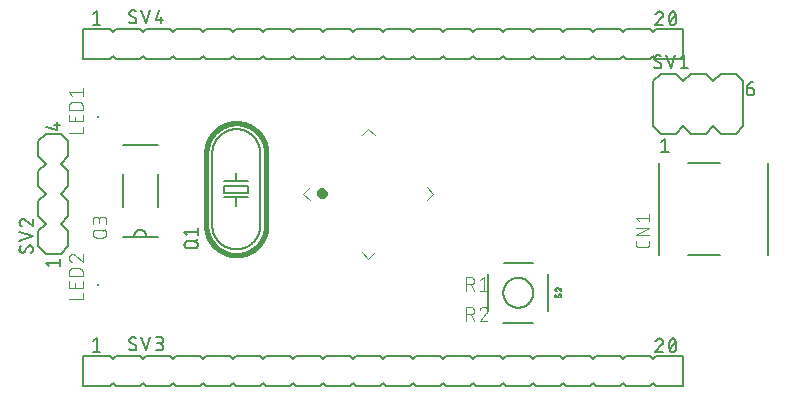
<source format=gbr>
G04 EAGLE Gerber X2 export*
%TF.Part,Single*%
%TF.FileFunction,Legend,Top,1*%
%TF.FilePolarity,Positive*%
%TF.GenerationSoftware,Autodesk,EAGLE,8.6.3*%
%TF.CreationDate,2019-03-08T23:17:09Z*%
G75*
%MOMM*%
%FSLAX34Y34*%
%LPD*%
%AMOC8*
5,1,8,0,0,1.08239X$1,22.5*%
G01*
%ADD10C,0.127000*%
%ADD11C,0.101600*%
%ADD12R,0.200000X0.200000*%
%ADD13C,0.406400*%
%ADD14C,0.152400*%
%ADD15C,0.203200*%
%ADD16C,0.100000*%
%ADD17C,0.500000*%


D10*
X553440Y123560D02*
X553440Y201560D01*
X645440Y201560D02*
X645440Y123560D01*
X605440Y123560D02*
X578440Y123560D01*
X578440Y201560D02*
X605440Y201560D01*
X553440Y141560D02*
X553440Y130560D01*
X553440Y183560D02*
X553440Y194560D01*
D11*
X545432Y135161D02*
X545432Y132564D01*
X545430Y132465D01*
X545424Y132365D01*
X545415Y132266D01*
X545402Y132168D01*
X545385Y132070D01*
X545364Y131972D01*
X545339Y131876D01*
X545311Y131781D01*
X545279Y131687D01*
X545244Y131594D01*
X545205Y131502D01*
X545162Y131412D01*
X545117Y131324D01*
X545067Y131237D01*
X545015Y131153D01*
X544959Y131070D01*
X544901Y130990D01*
X544839Y130912D01*
X544774Y130837D01*
X544706Y130764D01*
X544636Y130694D01*
X544563Y130626D01*
X544488Y130561D01*
X544410Y130499D01*
X544330Y130441D01*
X544247Y130385D01*
X544163Y130333D01*
X544076Y130283D01*
X543988Y130238D01*
X543898Y130195D01*
X543806Y130156D01*
X543713Y130121D01*
X543619Y130089D01*
X543524Y130061D01*
X543428Y130036D01*
X543330Y130015D01*
X543232Y129998D01*
X543134Y129985D01*
X543035Y129976D01*
X542935Y129970D01*
X542836Y129968D01*
X536344Y129968D01*
X536245Y129970D01*
X536145Y129976D01*
X536046Y129985D01*
X535948Y129998D01*
X535850Y130016D01*
X535752Y130036D01*
X535656Y130061D01*
X535560Y130089D01*
X535466Y130121D01*
X535373Y130156D01*
X535282Y130195D01*
X535192Y130238D01*
X535103Y130283D01*
X535017Y130333D01*
X534932Y130385D01*
X534850Y130441D01*
X534770Y130500D01*
X534692Y130561D01*
X534616Y130626D01*
X534543Y130694D01*
X534473Y130764D01*
X534405Y130837D01*
X534340Y130913D01*
X534279Y130991D01*
X534220Y131071D01*
X534164Y131153D01*
X534112Y131238D01*
X534063Y131324D01*
X534017Y131413D01*
X533974Y131503D01*
X533935Y131594D01*
X533900Y131687D01*
X533868Y131781D01*
X533840Y131877D01*
X533815Y131973D01*
X533795Y132071D01*
X533777Y132169D01*
X533764Y132267D01*
X533755Y132366D01*
X533749Y132465D01*
X533747Y132565D01*
X533748Y132564D02*
X533748Y135161D01*
X533748Y139907D02*
X545432Y139907D01*
X545432Y146398D02*
X533748Y139907D01*
X533748Y146398D02*
X545432Y146398D01*
X536344Y151718D02*
X533748Y154964D01*
X545432Y154964D01*
X545432Y158209D02*
X545432Y151718D01*
D12*
X78740Y239760D03*
D11*
X65532Y226568D02*
X53848Y226568D01*
X65532Y226568D02*
X65532Y231761D01*
X65532Y236474D02*
X65532Y241667D01*
X65532Y236474D02*
X53848Y236474D01*
X53848Y241667D01*
X59041Y240369D02*
X59041Y236474D01*
X53848Y246357D02*
X65532Y246357D01*
X53848Y246357D02*
X53848Y249603D01*
X53850Y249716D01*
X53856Y249829D01*
X53866Y249942D01*
X53880Y250055D01*
X53897Y250167D01*
X53919Y250278D01*
X53944Y250388D01*
X53974Y250498D01*
X54007Y250606D01*
X54044Y250713D01*
X54084Y250819D01*
X54129Y250923D01*
X54177Y251026D01*
X54228Y251127D01*
X54283Y251226D01*
X54341Y251323D01*
X54403Y251418D01*
X54468Y251511D01*
X54536Y251601D01*
X54607Y251689D01*
X54682Y251775D01*
X54759Y251858D01*
X54839Y251938D01*
X54922Y252015D01*
X55008Y252090D01*
X55096Y252161D01*
X55186Y252229D01*
X55279Y252294D01*
X55374Y252356D01*
X55471Y252414D01*
X55570Y252469D01*
X55671Y252520D01*
X55774Y252568D01*
X55878Y252613D01*
X55984Y252653D01*
X56091Y252690D01*
X56199Y252723D01*
X56309Y252753D01*
X56419Y252778D01*
X56530Y252800D01*
X56642Y252817D01*
X56755Y252831D01*
X56868Y252841D01*
X56981Y252847D01*
X57094Y252849D01*
X62286Y252849D01*
X62399Y252847D01*
X62512Y252841D01*
X62625Y252831D01*
X62738Y252817D01*
X62850Y252800D01*
X62961Y252778D01*
X63071Y252753D01*
X63181Y252723D01*
X63289Y252690D01*
X63396Y252653D01*
X63502Y252613D01*
X63606Y252568D01*
X63709Y252520D01*
X63810Y252469D01*
X63909Y252414D01*
X64006Y252356D01*
X64101Y252294D01*
X64194Y252229D01*
X64284Y252161D01*
X64372Y252090D01*
X64458Y252015D01*
X64541Y251938D01*
X64621Y251858D01*
X64698Y251775D01*
X64773Y251689D01*
X64844Y251601D01*
X64912Y251511D01*
X64977Y251418D01*
X65039Y251323D01*
X65097Y251226D01*
X65152Y251127D01*
X65203Y251026D01*
X65251Y250923D01*
X65296Y250819D01*
X65336Y250713D01*
X65373Y250606D01*
X65406Y250498D01*
X65436Y250388D01*
X65461Y250278D01*
X65483Y250167D01*
X65500Y250055D01*
X65514Y249942D01*
X65524Y249829D01*
X65530Y249716D01*
X65532Y249603D01*
X65532Y246357D01*
X56444Y258168D02*
X53848Y261414D01*
X65532Y261414D01*
X65532Y264659D02*
X65532Y258168D01*
D12*
X78740Y98060D03*
D11*
X65532Y85861D02*
X53848Y85861D01*
X65532Y85861D02*
X65532Y91053D01*
X65532Y95767D02*
X65532Y100959D01*
X65532Y95767D02*
X53848Y95767D01*
X53848Y100959D01*
X59041Y99661D02*
X59041Y95767D01*
X53848Y105650D02*
X65532Y105650D01*
X53848Y105650D02*
X53848Y108895D01*
X53850Y109008D01*
X53856Y109121D01*
X53866Y109234D01*
X53880Y109347D01*
X53897Y109459D01*
X53919Y109570D01*
X53944Y109680D01*
X53974Y109790D01*
X54007Y109898D01*
X54044Y110005D01*
X54084Y110111D01*
X54129Y110215D01*
X54177Y110318D01*
X54228Y110419D01*
X54283Y110518D01*
X54341Y110615D01*
X54403Y110710D01*
X54468Y110803D01*
X54536Y110893D01*
X54607Y110981D01*
X54682Y111067D01*
X54759Y111150D01*
X54839Y111230D01*
X54922Y111307D01*
X55008Y111382D01*
X55096Y111453D01*
X55186Y111521D01*
X55279Y111586D01*
X55374Y111648D01*
X55471Y111706D01*
X55570Y111761D01*
X55671Y111812D01*
X55774Y111860D01*
X55878Y111905D01*
X55984Y111945D01*
X56091Y111982D01*
X56199Y112015D01*
X56309Y112045D01*
X56419Y112070D01*
X56530Y112092D01*
X56642Y112109D01*
X56755Y112123D01*
X56868Y112133D01*
X56981Y112139D01*
X57094Y112141D01*
X62286Y112141D01*
X62286Y112142D02*
X62399Y112140D01*
X62512Y112134D01*
X62625Y112124D01*
X62738Y112110D01*
X62850Y112093D01*
X62961Y112071D01*
X63071Y112046D01*
X63181Y112016D01*
X63289Y111983D01*
X63396Y111946D01*
X63502Y111906D01*
X63606Y111861D01*
X63709Y111813D01*
X63810Y111762D01*
X63909Y111707D01*
X64006Y111649D01*
X64101Y111587D01*
X64194Y111522D01*
X64284Y111454D01*
X64372Y111383D01*
X64458Y111308D01*
X64541Y111231D01*
X64621Y111151D01*
X64698Y111068D01*
X64773Y110982D01*
X64844Y110894D01*
X64912Y110804D01*
X64977Y110711D01*
X65039Y110616D01*
X65097Y110519D01*
X65152Y110420D01*
X65203Y110319D01*
X65251Y110216D01*
X65296Y110112D01*
X65336Y110006D01*
X65373Y109899D01*
X65406Y109791D01*
X65436Y109681D01*
X65461Y109571D01*
X65483Y109460D01*
X65500Y109348D01*
X65514Y109235D01*
X65524Y109122D01*
X65530Y109009D01*
X65532Y108896D01*
X65532Y108895D02*
X65532Y105650D01*
X53848Y121031D02*
X53850Y121138D01*
X53856Y121244D01*
X53866Y121350D01*
X53879Y121456D01*
X53897Y121562D01*
X53918Y121666D01*
X53943Y121770D01*
X53972Y121873D01*
X54004Y121974D01*
X54041Y122074D01*
X54081Y122173D01*
X54124Y122271D01*
X54171Y122367D01*
X54222Y122461D01*
X54276Y122553D01*
X54333Y122643D01*
X54393Y122731D01*
X54457Y122816D01*
X54524Y122899D01*
X54594Y122980D01*
X54666Y123058D01*
X54742Y123134D01*
X54820Y123206D01*
X54901Y123276D01*
X54984Y123343D01*
X55069Y123407D01*
X55157Y123467D01*
X55247Y123524D01*
X55339Y123578D01*
X55433Y123629D01*
X55529Y123676D01*
X55627Y123719D01*
X55726Y123759D01*
X55826Y123796D01*
X55927Y123828D01*
X56030Y123857D01*
X56134Y123882D01*
X56238Y123903D01*
X56344Y123921D01*
X56450Y123934D01*
X56556Y123944D01*
X56662Y123950D01*
X56769Y123952D01*
X53848Y121031D02*
X53850Y120910D01*
X53856Y120789D01*
X53866Y120669D01*
X53879Y120548D01*
X53897Y120429D01*
X53918Y120309D01*
X53943Y120191D01*
X53972Y120074D01*
X54005Y119957D01*
X54041Y119842D01*
X54082Y119728D01*
X54125Y119615D01*
X54173Y119503D01*
X54224Y119394D01*
X54279Y119286D01*
X54337Y119179D01*
X54398Y119075D01*
X54463Y118973D01*
X54531Y118873D01*
X54602Y118775D01*
X54676Y118679D01*
X54753Y118586D01*
X54834Y118496D01*
X54917Y118408D01*
X55003Y118323D01*
X55092Y118240D01*
X55183Y118161D01*
X55277Y118084D01*
X55373Y118011D01*
X55471Y117941D01*
X55572Y117874D01*
X55675Y117810D01*
X55780Y117750D01*
X55887Y117692D01*
X55995Y117639D01*
X56105Y117589D01*
X56217Y117543D01*
X56330Y117500D01*
X56445Y117461D01*
X59041Y122978D02*
X58963Y123057D01*
X58883Y123133D01*
X58800Y123206D01*
X58714Y123276D01*
X58627Y123343D01*
X58536Y123407D01*
X58444Y123467D01*
X58350Y123525D01*
X58253Y123579D01*
X58155Y123629D01*
X58055Y123676D01*
X57954Y123720D01*
X57851Y123760D01*
X57746Y123796D01*
X57641Y123828D01*
X57534Y123857D01*
X57427Y123882D01*
X57318Y123904D01*
X57209Y123921D01*
X57100Y123935D01*
X56990Y123944D01*
X56879Y123950D01*
X56769Y123952D01*
X59041Y122978D02*
X65532Y117461D01*
X65532Y123952D01*
D13*
X220980Y148590D02*
X220980Y209550D01*
X170180Y209550D02*
X170180Y148590D01*
D14*
X215900Y148590D02*
X215900Y209550D01*
X205740Y175768D02*
X185420Y175768D01*
X205740Y175768D02*
X205740Y182118D01*
X185420Y182118D01*
X185420Y175768D01*
X185420Y185928D02*
X195580Y185928D01*
X195580Y172212D02*
X185420Y172212D01*
X195580Y185928D02*
X195580Y193040D01*
X195580Y185928D02*
X205740Y185928D01*
X195580Y172212D02*
X195580Y165100D01*
X195580Y172212D02*
X205740Y172212D01*
D13*
X220980Y148590D02*
X220972Y147971D01*
X220950Y147353D01*
X220912Y146736D01*
X220860Y146120D01*
X220792Y145505D01*
X220709Y144892D01*
X220612Y144281D01*
X220499Y143673D01*
X220372Y143067D01*
X220230Y142465D01*
X220074Y141867D01*
X219903Y141272D01*
X219718Y140682D01*
X219518Y140097D01*
X219304Y139516D01*
X219076Y138941D01*
X218834Y138372D01*
X218578Y137809D01*
X218309Y137252D01*
X218026Y136702D01*
X217730Y136159D01*
X217421Y135623D01*
X217099Y135095D01*
X216764Y134575D01*
X216416Y134063D01*
X216056Y133560D01*
X215684Y133066D01*
X215300Y132581D01*
X214904Y132106D01*
X214497Y131640D01*
X214079Y131184D01*
X213650Y130739D01*
X213209Y130304D01*
X212759Y129881D01*
X212298Y129468D01*
X211828Y129066D01*
X211347Y128677D01*
X210858Y128298D01*
X210359Y127932D01*
X209852Y127579D01*
X209336Y127237D01*
X208812Y126909D01*
X208280Y126593D01*
X207741Y126290D01*
X207194Y126001D01*
X206640Y125725D01*
X206080Y125462D01*
X205514Y125213D01*
X204942Y124978D01*
X204364Y124757D01*
X203781Y124550D01*
X203193Y124358D01*
X202601Y124180D01*
X202005Y124016D01*
X201404Y123867D01*
X200800Y123732D01*
X200194Y123613D01*
X199584Y123508D01*
X198972Y123418D01*
X198358Y123342D01*
X197742Y123282D01*
X197125Y123237D01*
X196508Y123207D01*
X195889Y123192D01*
X195271Y123192D01*
X194652Y123207D01*
X194035Y123237D01*
X193418Y123282D01*
X192802Y123342D01*
X192188Y123418D01*
X191576Y123508D01*
X190966Y123613D01*
X190360Y123732D01*
X189756Y123867D01*
X189155Y124016D01*
X188559Y124180D01*
X187967Y124358D01*
X187379Y124550D01*
X186796Y124757D01*
X186218Y124978D01*
X185646Y125213D01*
X185080Y125462D01*
X184520Y125725D01*
X183966Y126001D01*
X183419Y126290D01*
X182880Y126593D01*
X182348Y126909D01*
X181824Y127237D01*
X181308Y127579D01*
X180801Y127932D01*
X180302Y128298D01*
X179813Y128677D01*
X179332Y129066D01*
X178862Y129468D01*
X178401Y129881D01*
X177951Y130304D01*
X177510Y130739D01*
X177081Y131184D01*
X176663Y131640D01*
X176256Y132106D01*
X175860Y132581D01*
X175476Y133066D01*
X175104Y133560D01*
X174744Y134063D01*
X174396Y134575D01*
X174061Y135095D01*
X173739Y135623D01*
X173430Y136159D01*
X173134Y136702D01*
X172851Y137252D01*
X172582Y137809D01*
X172326Y138372D01*
X172084Y138941D01*
X171856Y139516D01*
X171642Y140097D01*
X171442Y140682D01*
X171257Y141272D01*
X171086Y141867D01*
X170930Y142465D01*
X170788Y143067D01*
X170661Y143673D01*
X170548Y144281D01*
X170451Y144892D01*
X170368Y145505D01*
X170300Y146120D01*
X170248Y146736D01*
X170210Y147353D01*
X170188Y147971D01*
X170180Y148590D01*
X170180Y209550D02*
X170188Y210169D01*
X170210Y210787D01*
X170248Y211404D01*
X170300Y212020D01*
X170368Y212635D01*
X170451Y213248D01*
X170548Y213859D01*
X170661Y214467D01*
X170788Y215073D01*
X170930Y215675D01*
X171086Y216273D01*
X171257Y216868D01*
X171442Y217458D01*
X171642Y218043D01*
X171856Y218624D01*
X172084Y219199D01*
X172326Y219768D01*
X172582Y220331D01*
X172851Y220888D01*
X173134Y221438D01*
X173430Y221981D01*
X173739Y222517D01*
X174061Y223045D01*
X174396Y223565D01*
X174744Y224077D01*
X175104Y224580D01*
X175476Y225074D01*
X175860Y225559D01*
X176256Y226034D01*
X176663Y226500D01*
X177081Y226956D01*
X177510Y227401D01*
X177951Y227836D01*
X178401Y228259D01*
X178862Y228672D01*
X179332Y229074D01*
X179813Y229463D01*
X180302Y229842D01*
X180801Y230208D01*
X181308Y230561D01*
X181824Y230903D01*
X182348Y231231D01*
X182880Y231547D01*
X183419Y231850D01*
X183966Y232139D01*
X184520Y232415D01*
X185080Y232678D01*
X185646Y232927D01*
X186218Y233162D01*
X186796Y233383D01*
X187379Y233590D01*
X187967Y233782D01*
X188559Y233960D01*
X189155Y234124D01*
X189756Y234273D01*
X190360Y234408D01*
X190966Y234527D01*
X191576Y234632D01*
X192188Y234722D01*
X192802Y234798D01*
X193418Y234858D01*
X194035Y234903D01*
X194652Y234933D01*
X195271Y234948D01*
X195889Y234948D01*
X196508Y234933D01*
X197125Y234903D01*
X197742Y234858D01*
X198358Y234798D01*
X198972Y234722D01*
X199584Y234632D01*
X200194Y234527D01*
X200800Y234408D01*
X201404Y234273D01*
X202005Y234124D01*
X202601Y233960D01*
X203193Y233782D01*
X203781Y233590D01*
X204364Y233383D01*
X204942Y233162D01*
X205514Y232927D01*
X206080Y232678D01*
X206640Y232415D01*
X207194Y232139D01*
X207741Y231850D01*
X208280Y231547D01*
X208812Y231231D01*
X209336Y230903D01*
X209852Y230561D01*
X210359Y230208D01*
X210858Y229842D01*
X211347Y229463D01*
X211828Y229074D01*
X212298Y228672D01*
X212759Y228259D01*
X213209Y227836D01*
X213650Y227401D01*
X214079Y226956D01*
X214497Y226500D01*
X214904Y226034D01*
X215300Y225559D01*
X215684Y225074D01*
X216056Y224580D01*
X216416Y224077D01*
X216764Y223565D01*
X217099Y223045D01*
X217421Y222517D01*
X217730Y221981D01*
X218026Y221438D01*
X218309Y220888D01*
X218578Y220331D01*
X218834Y219768D01*
X219076Y219199D01*
X219304Y218624D01*
X219518Y218043D01*
X219718Y217458D01*
X219903Y216868D01*
X220074Y216273D01*
X220230Y215675D01*
X220372Y215073D01*
X220499Y214467D01*
X220612Y213859D01*
X220709Y213248D01*
X220792Y212635D01*
X220860Y212020D01*
X220912Y211404D01*
X220950Y210787D01*
X220972Y210169D01*
X220980Y209550D01*
D14*
X215900Y148590D02*
X215894Y148095D01*
X215876Y147601D01*
X215846Y147107D01*
X215804Y146614D01*
X215750Y146122D01*
X215683Y145631D01*
X215605Y145143D01*
X215516Y144656D01*
X215414Y144172D01*
X215300Y143690D01*
X215175Y143211D01*
X215038Y142736D01*
X214890Y142264D01*
X214730Y141795D01*
X214559Y141331D01*
X214377Y140871D01*
X214183Y140416D01*
X213979Y139965D01*
X213763Y139520D01*
X213537Y139079D01*
X213300Y138645D01*
X213053Y138216D01*
X212795Y137794D01*
X212527Y137378D01*
X212249Y136969D01*
X211961Y136566D01*
X211663Y136171D01*
X211356Y135783D01*
X211039Y135403D01*
X210714Y135030D01*
X210379Y134666D01*
X210036Y134309D01*
X209684Y133962D01*
X209323Y133622D01*
X208955Y133292D01*
X208578Y132971D01*
X208194Y132659D01*
X207802Y132357D01*
X207403Y132064D01*
X206997Y131781D01*
X206585Y131508D01*
X206166Y131245D01*
X205740Y130992D01*
X205308Y130750D01*
X204871Y130519D01*
X204428Y130298D01*
X203980Y130088D01*
X203527Y129889D01*
X203069Y129701D01*
X202607Y129524D01*
X202141Y129358D01*
X201671Y129204D01*
X201197Y129062D01*
X200720Y128931D01*
X200239Y128811D01*
X199756Y128704D01*
X199271Y128608D01*
X198783Y128524D01*
X198294Y128452D01*
X197802Y128392D01*
X197310Y128344D01*
X196816Y128308D01*
X196322Y128284D01*
X195827Y128272D01*
X195333Y128272D01*
X194838Y128284D01*
X194344Y128308D01*
X193850Y128344D01*
X193358Y128392D01*
X192866Y128452D01*
X192377Y128524D01*
X191889Y128608D01*
X191404Y128704D01*
X190921Y128811D01*
X190440Y128931D01*
X189963Y129062D01*
X189489Y129204D01*
X189019Y129358D01*
X188553Y129524D01*
X188091Y129701D01*
X187633Y129889D01*
X187180Y130088D01*
X186732Y130298D01*
X186289Y130519D01*
X185852Y130750D01*
X185420Y130992D01*
X184994Y131245D01*
X184575Y131508D01*
X184163Y131781D01*
X183757Y132064D01*
X183358Y132357D01*
X182966Y132659D01*
X182582Y132971D01*
X182205Y133292D01*
X181837Y133622D01*
X181476Y133962D01*
X181124Y134309D01*
X180781Y134666D01*
X180446Y135030D01*
X180121Y135403D01*
X179804Y135783D01*
X179497Y136171D01*
X179199Y136566D01*
X178911Y136969D01*
X178633Y137378D01*
X178365Y137794D01*
X178107Y138216D01*
X177860Y138645D01*
X177623Y139079D01*
X177397Y139520D01*
X177181Y139965D01*
X176977Y140416D01*
X176783Y140871D01*
X176601Y141331D01*
X176430Y141795D01*
X176270Y142264D01*
X176122Y142736D01*
X175985Y143211D01*
X175860Y143690D01*
X175746Y144172D01*
X175644Y144656D01*
X175555Y145143D01*
X175477Y145631D01*
X175410Y146122D01*
X175356Y146614D01*
X175314Y147107D01*
X175284Y147601D01*
X175266Y148095D01*
X175260Y148590D01*
X175260Y209550D02*
X175266Y210045D01*
X175284Y210539D01*
X175314Y211033D01*
X175356Y211526D01*
X175410Y212018D01*
X175477Y212509D01*
X175555Y212997D01*
X175644Y213484D01*
X175746Y213968D01*
X175860Y214450D01*
X175985Y214929D01*
X176122Y215404D01*
X176270Y215876D01*
X176430Y216345D01*
X176601Y216809D01*
X176783Y217269D01*
X176977Y217724D01*
X177181Y218175D01*
X177397Y218620D01*
X177623Y219061D01*
X177860Y219495D01*
X178107Y219924D01*
X178365Y220346D01*
X178633Y220762D01*
X178911Y221171D01*
X179199Y221574D01*
X179497Y221969D01*
X179804Y222357D01*
X180121Y222737D01*
X180446Y223110D01*
X180781Y223474D01*
X181124Y223831D01*
X181476Y224178D01*
X181837Y224518D01*
X182205Y224848D01*
X182582Y225169D01*
X182966Y225481D01*
X183358Y225783D01*
X183757Y226076D01*
X184163Y226359D01*
X184575Y226632D01*
X184994Y226895D01*
X185420Y227148D01*
X185852Y227390D01*
X186289Y227621D01*
X186732Y227842D01*
X187180Y228052D01*
X187633Y228251D01*
X188091Y228439D01*
X188553Y228616D01*
X189019Y228782D01*
X189489Y228936D01*
X189963Y229078D01*
X190440Y229209D01*
X190921Y229329D01*
X191404Y229436D01*
X191889Y229532D01*
X192377Y229616D01*
X192866Y229688D01*
X193358Y229748D01*
X193850Y229796D01*
X194344Y229832D01*
X194838Y229856D01*
X195333Y229868D01*
X195827Y229868D01*
X196322Y229856D01*
X196816Y229832D01*
X197310Y229796D01*
X197802Y229748D01*
X198294Y229688D01*
X198783Y229616D01*
X199271Y229532D01*
X199756Y229436D01*
X200239Y229329D01*
X200720Y229209D01*
X201197Y229078D01*
X201671Y228936D01*
X202141Y228782D01*
X202607Y228616D01*
X203069Y228439D01*
X203527Y228251D01*
X203980Y228052D01*
X204428Y227842D01*
X204871Y227621D01*
X205308Y227390D01*
X205740Y227148D01*
X206166Y226895D01*
X206585Y226632D01*
X206997Y226359D01*
X207403Y226076D01*
X207802Y225783D01*
X208194Y225481D01*
X208578Y225169D01*
X208955Y224848D01*
X209323Y224518D01*
X209684Y224178D01*
X210036Y223831D01*
X210379Y223474D01*
X210714Y223110D01*
X211039Y222737D01*
X211356Y222357D01*
X211663Y221969D01*
X211961Y221574D01*
X212249Y221171D01*
X212527Y220762D01*
X212795Y220346D01*
X213053Y219924D01*
X213300Y219495D01*
X213537Y219061D01*
X213763Y218620D01*
X213979Y218175D01*
X214183Y217724D01*
X214377Y217269D01*
X214559Y216809D01*
X214730Y216345D01*
X214890Y215876D01*
X215038Y215404D01*
X215175Y214929D01*
X215300Y214450D01*
X215414Y213968D01*
X215516Y213484D01*
X215605Y212997D01*
X215683Y212509D01*
X215750Y212018D01*
X215804Y211526D01*
X215846Y211033D01*
X215876Y210539D01*
X215894Y210045D01*
X215900Y209550D01*
X175260Y209550D02*
X175260Y148590D01*
D10*
X160020Y128905D02*
X154940Y128905D01*
X154829Y128907D01*
X154719Y128913D01*
X154608Y128922D01*
X154498Y128936D01*
X154389Y128953D01*
X154280Y128974D01*
X154172Y128999D01*
X154065Y129028D01*
X153959Y129060D01*
X153854Y129096D01*
X153751Y129136D01*
X153649Y129179D01*
X153548Y129226D01*
X153449Y129277D01*
X153353Y129330D01*
X153258Y129387D01*
X153165Y129448D01*
X153074Y129511D01*
X152985Y129578D01*
X152899Y129648D01*
X152816Y129721D01*
X152734Y129796D01*
X152656Y129874D01*
X152581Y129956D01*
X152508Y130039D01*
X152438Y130125D01*
X152371Y130214D01*
X152308Y130305D01*
X152247Y130398D01*
X152190Y130492D01*
X152137Y130589D01*
X152086Y130688D01*
X152039Y130789D01*
X151996Y130891D01*
X151956Y130994D01*
X151920Y131099D01*
X151888Y131205D01*
X151859Y131312D01*
X151834Y131420D01*
X151813Y131529D01*
X151796Y131638D01*
X151782Y131748D01*
X151773Y131859D01*
X151767Y131969D01*
X151765Y132080D01*
X151767Y132191D01*
X151773Y132301D01*
X151782Y132412D01*
X151796Y132522D01*
X151813Y132631D01*
X151834Y132740D01*
X151859Y132848D01*
X151888Y132955D01*
X151920Y133061D01*
X151956Y133166D01*
X151996Y133269D01*
X152039Y133371D01*
X152086Y133472D01*
X152137Y133571D01*
X152190Y133668D01*
X152247Y133762D01*
X152308Y133855D01*
X152371Y133946D01*
X152438Y134035D01*
X152508Y134121D01*
X152581Y134204D01*
X152656Y134286D01*
X152734Y134364D01*
X152816Y134439D01*
X152899Y134512D01*
X152985Y134582D01*
X153074Y134649D01*
X153165Y134712D01*
X153258Y134773D01*
X153353Y134830D01*
X153449Y134883D01*
X153548Y134934D01*
X153649Y134981D01*
X153751Y135024D01*
X153854Y135064D01*
X153959Y135100D01*
X154065Y135132D01*
X154172Y135161D01*
X154280Y135186D01*
X154389Y135207D01*
X154498Y135224D01*
X154608Y135238D01*
X154719Y135247D01*
X154829Y135253D01*
X154940Y135255D01*
X160020Y135255D01*
X160131Y135253D01*
X160241Y135247D01*
X160352Y135238D01*
X160462Y135224D01*
X160571Y135207D01*
X160680Y135186D01*
X160788Y135161D01*
X160895Y135132D01*
X161001Y135100D01*
X161106Y135064D01*
X161209Y135024D01*
X161311Y134981D01*
X161412Y134934D01*
X161511Y134883D01*
X161608Y134830D01*
X161702Y134773D01*
X161795Y134712D01*
X161886Y134649D01*
X161975Y134582D01*
X162061Y134512D01*
X162144Y134439D01*
X162226Y134364D01*
X162304Y134286D01*
X162379Y134204D01*
X162452Y134121D01*
X162522Y134035D01*
X162589Y133946D01*
X162652Y133855D01*
X162713Y133762D01*
X162770Y133667D01*
X162823Y133571D01*
X162874Y133472D01*
X162921Y133371D01*
X162964Y133269D01*
X163004Y133166D01*
X163040Y133061D01*
X163072Y132955D01*
X163101Y132848D01*
X163126Y132740D01*
X163147Y132631D01*
X163164Y132522D01*
X163178Y132412D01*
X163187Y132301D01*
X163193Y132191D01*
X163195Y132080D01*
X163193Y131969D01*
X163187Y131859D01*
X163178Y131748D01*
X163164Y131638D01*
X163147Y131529D01*
X163126Y131420D01*
X163101Y131312D01*
X163072Y131205D01*
X163040Y131099D01*
X163004Y130994D01*
X162964Y130891D01*
X162921Y130789D01*
X162874Y130688D01*
X162823Y130589D01*
X162770Y130492D01*
X162713Y130398D01*
X162652Y130305D01*
X162589Y130214D01*
X162522Y130125D01*
X162452Y130039D01*
X162379Y129956D01*
X162304Y129874D01*
X162226Y129796D01*
X162144Y129721D01*
X162061Y129648D01*
X161975Y129578D01*
X161886Y129511D01*
X161795Y129448D01*
X161702Y129387D01*
X161607Y129330D01*
X161511Y129277D01*
X161412Y129226D01*
X161311Y129179D01*
X161209Y129136D01*
X161106Y129096D01*
X161001Y129060D01*
X160895Y129028D01*
X160788Y128999D01*
X160680Y128974D01*
X160571Y128953D01*
X160462Y128936D01*
X160352Y128922D01*
X160241Y128913D01*
X160131Y128907D01*
X160020Y128905D01*
X160655Y133985D02*
X163195Y136525D01*
X154305Y139966D02*
X151765Y143141D01*
X163195Y143141D01*
X163195Y139966D02*
X163195Y146316D01*
D11*
X390398Y104902D02*
X390398Y93218D01*
X390398Y104902D02*
X393644Y104902D01*
X393757Y104900D01*
X393870Y104894D01*
X393983Y104884D01*
X394096Y104870D01*
X394208Y104853D01*
X394319Y104831D01*
X394429Y104806D01*
X394539Y104776D01*
X394647Y104743D01*
X394754Y104706D01*
X394860Y104666D01*
X394964Y104621D01*
X395067Y104573D01*
X395168Y104522D01*
X395267Y104467D01*
X395364Y104409D01*
X395459Y104347D01*
X395552Y104282D01*
X395642Y104214D01*
X395730Y104143D01*
X395816Y104068D01*
X395899Y103991D01*
X395979Y103911D01*
X396056Y103828D01*
X396131Y103742D01*
X396202Y103654D01*
X396270Y103564D01*
X396335Y103471D01*
X396397Y103376D01*
X396455Y103279D01*
X396510Y103180D01*
X396561Y103079D01*
X396609Y102976D01*
X396654Y102872D01*
X396694Y102766D01*
X396731Y102659D01*
X396764Y102551D01*
X396794Y102441D01*
X396819Y102331D01*
X396841Y102220D01*
X396858Y102108D01*
X396872Y101995D01*
X396882Y101882D01*
X396888Y101769D01*
X396890Y101656D01*
X396888Y101543D01*
X396882Y101430D01*
X396872Y101317D01*
X396858Y101204D01*
X396841Y101092D01*
X396819Y100981D01*
X396794Y100871D01*
X396764Y100761D01*
X396731Y100653D01*
X396694Y100546D01*
X396654Y100440D01*
X396609Y100336D01*
X396561Y100233D01*
X396510Y100132D01*
X396455Y100033D01*
X396397Y99936D01*
X396335Y99841D01*
X396270Y99748D01*
X396202Y99658D01*
X396131Y99570D01*
X396056Y99484D01*
X395979Y99401D01*
X395899Y99321D01*
X395816Y99244D01*
X395730Y99169D01*
X395642Y99098D01*
X395552Y99030D01*
X395459Y98965D01*
X395364Y98903D01*
X395267Y98845D01*
X395168Y98790D01*
X395067Y98739D01*
X394964Y98691D01*
X394860Y98646D01*
X394754Y98606D01*
X394647Y98569D01*
X394539Y98536D01*
X394429Y98506D01*
X394319Y98481D01*
X394208Y98459D01*
X394096Y98442D01*
X393983Y98428D01*
X393870Y98418D01*
X393757Y98412D01*
X393644Y98410D01*
X393644Y98411D02*
X390398Y98411D01*
X394293Y98411D02*
X396889Y93218D01*
X401754Y102306D02*
X405000Y104902D01*
X405000Y93218D01*
X408245Y93218D02*
X401754Y93218D01*
X390398Y79502D02*
X390398Y67818D01*
X390398Y79502D02*
X393644Y79502D01*
X393757Y79500D01*
X393870Y79494D01*
X393983Y79484D01*
X394096Y79470D01*
X394208Y79453D01*
X394319Y79431D01*
X394429Y79406D01*
X394539Y79376D01*
X394647Y79343D01*
X394754Y79306D01*
X394860Y79266D01*
X394964Y79221D01*
X395067Y79173D01*
X395168Y79122D01*
X395267Y79067D01*
X395364Y79009D01*
X395459Y78947D01*
X395552Y78882D01*
X395642Y78814D01*
X395730Y78743D01*
X395816Y78668D01*
X395899Y78591D01*
X395979Y78511D01*
X396056Y78428D01*
X396131Y78342D01*
X396202Y78254D01*
X396270Y78164D01*
X396335Y78071D01*
X396397Y77976D01*
X396455Y77879D01*
X396510Y77780D01*
X396561Y77679D01*
X396609Y77576D01*
X396654Y77472D01*
X396694Y77366D01*
X396731Y77259D01*
X396764Y77151D01*
X396794Y77041D01*
X396819Y76931D01*
X396841Y76820D01*
X396858Y76708D01*
X396872Y76595D01*
X396882Y76482D01*
X396888Y76369D01*
X396890Y76256D01*
X396888Y76143D01*
X396882Y76030D01*
X396872Y75917D01*
X396858Y75804D01*
X396841Y75692D01*
X396819Y75581D01*
X396794Y75471D01*
X396764Y75361D01*
X396731Y75253D01*
X396694Y75146D01*
X396654Y75040D01*
X396609Y74936D01*
X396561Y74833D01*
X396510Y74732D01*
X396455Y74633D01*
X396397Y74536D01*
X396335Y74441D01*
X396270Y74348D01*
X396202Y74258D01*
X396131Y74170D01*
X396056Y74084D01*
X395979Y74001D01*
X395899Y73921D01*
X395816Y73844D01*
X395730Y73769D01*
X395642Y73698D01*
X395552Y73630D01*
X395459Y73565D01*
X395364Y73503D01*
X395267Y73445D01*
X395168Y73390D01*
X395067Y73339D01*
X394964Y73291D01*
X394860Y73246D01*
X394754Y73206D01*
X394647Y73169D01*
X394539Y73136D01*
X394429Y73106D01*
X394319Y73081D01*
X394208Y73059D01*
X394096Y73042D01*
X393983Y73028D01*
X393870Y73018D01*
X393757Y73012D01*
X393644Y73010D01*
X393644Y73011D02*
X390398Y73011D01*
X394293Y73011D02*
X396889Y67818D01*
X408245Y76581D02*
X408243Y76688D01*
X408237Y76794D01*
X408227Y76900D01*
X408214Y77006D01*
X408196Y77112D01*
X408175Y77216D01*
X408150Y77320D01*
X408121Y77423D01*
X408089Y77524D01*
X408052Y77624D01*
X408012Y77723D01*
X407969Y77821D01*
X407922Y77917D01*
X407871Y78011D01*
X407817Y78103D01*
X407760Y78193D01*
X407700Y78281D01*
X407636Y78366D01*
X407569Y78449D01*
X407499Y78530D01*
X407427Y78608D01*
X407351Y78684D01*
X407273Y78756D01*
X407192Y78826D01*
X407109Y78893D01*
X407024Y78957D01*
X406936Y79017D01*
X406846Y79074D01*
X406754Y79128D01*
X406660Y79179D01*
X406564Y79226D01*
X406466Y79269D01*
X406367Y79309D01*
X406267Y79346D01*
X406166Y79378D01*
X406063Y79407D01*
X405959Y79432D01*
X405855Y79453D01*
X405749Y79471D01*
X405643Y79484D01*
X405537Y79494D01*
X405431Y79500D01*
X405324Y79502D01*
X405203Y79500D01*
X405082Y79494D01*
X404962Y79484D01*
X404841Y79471D01*
X404722Y79453D01*
X404602Y79432D01*
X404484Y79407D01*
X404367Y79378D01*
X404250Y79345D01*
X404135Y79309D01*
X404021Y79268D01*
X403908Y79225D01*
X403796Y79177D01*
X403687Y79126D01*
X403579Y79071D01*
X403472Y79013D01*
X403368Y78952D01*
X403266Y78887D01*
X403166Y78819D01*
X403068Y78748D01*
X402972Y78674D01*
X402879Y78597D01*
X402789Y78516D01*
X402701Y78433D01*
X402616Y78347D01*
X402533Y78258D01*
X402454Y78167D01*
X402377Y78073D01*
X402304Y77977D01*
X402234Y77879D01*
X402167Y77778D01*
X402103Y77675D01*
X402043Y77570D01*
X401986Y77463D01*
X401932Y77355D01*
X401882Y77245D01*
X401836Y77133D01*
X401793Y77020D01*
X401754Y76905D01*
X407272Y74309D02*
X407351Y74386D01*
X407427Y74467D01*
X407500Y74550D01*
X407570Y74635D01*
X407637Y74723D01*
X407701Y74813D01*
X407761Y74905D01*
X407818Y75000D01*
X407872Y75096D01*
X407923Y75194D01*
X407970Y75294D01*
X408014Y75396D01*
X408054Y75499D01*
X408090Y75603D01*
X408122Y75709D01*
X408151Y75815D01*
X408176Y75923D01*
X408198Y76031D01*
X408215Y76141D01*
X408229Y76250D01*
X408238Y76360D01*
X408244Y76471D01*
X408246Y76581D01*
X407272Y74309D02*
X401754Y67818D01*
X408245Y67818D01*
D15*
X421640Y66040D02*
X446740Y66040D01*
X408940Y76040D02*
X408940Y106840D01*
X421940Y116840D02*
X446740Y116840D01*
X459740Y106840D02*
X459740Y76040D01*
X421640Y91440D02*
X421644Y91752D01*
X421655Y92063D01*
X421674Y92374D01*
X421701Y92685D01*
X421736Y92995D01*
X421777Y93303D01*
X421827Y93611D01*
X421884Y93918D01*
X421949Y94223D01*
X422021Y94526D01*
X422100Y94827D01*
X422187Y95127D01*
X422281Y95424D01*
X422382Y95719D01*
X422491Y96011D01*
X422607Y96300D01*
X422730Y96587D01*
X422859Y96870D01*
X422996Y97150D01*
X423140Y97427D01*
X423290Y97700D01*
X423447Y97969D01*
X423610Y98234D01*
X423780Y98496D01*
X423957Y98753D01*
X424139Y99005D01*
X424328Y99253D01*
X424523Y99497D01*
X424723Y99735D01*
X424930Y99969D01*
X425142Y100197D01*
X425360Y100420D01*
X425583Y100638D01*
X425811Y100850D01*
X426045Y101057D01*
X426283Y101257D01*
X426527Y101452D01*
X426775Y101641D01*
X427027Y101823D01*
X427284Y102000D01*
X427546Y102170D01*
X427811Y102333D01*
X428080Y102490D01*
X428353Y102640D01*
X428630Y102784D01*
X428910Y102921D01*
X429193Y103050D01*
X429480Y103173D01*
X429769Y103289D01*
X430061Y103398D01*
X430356Y103499D01*
X430653Y103593D01*
X430953Y103680D01*
X431254Y103759D01*
X431557Y103831D01*
X431862Y103896D01*
X432169Y103953D01*
X432477Y104003D01*
X432785Y104044D01*
X433095Y104079D01*
X433406Y104106D01*
X433717Y104125D01*
X434028Y104136D01*
X434340Y104140D01*
X434652Y104136D01*
X434963Y104125D01*
X435274Y104106D01*
X435585Y104079D01*
X435895Y104044D01*
X436203Y104003D01*
X436511Y103953D01*
X436818Y103896D01*
X437123Y103831D01*
X437426Y103759D01*
X437727Y103680D01*
X438027Y103593D01*
X438324Y103499D01*
X438619Y103398D01*
X438911Y103289D01*
X439200Y103173D01*
X439487Y103050D01*
X439770Y102921D01*
X440050Y102784D01*
X440327Y102640D01*
X440600Y102490D01*
X440869Y102333D01*
X441134Y102170D01*
X441396Y102000D01*
X441653Y101823D01*
X441905Y101641D01*
X442153Y101452D01*
X442397Y101257D01*
X442635Y101057D01*
X442869Y100850D01*
X443097Y100638D01*
X443320Y100420D01*
X443538Y100197D01*
X443750Y99969D01*
X443957Y99735D01*
X444157Y99497D01*
X444352Y99253D01*
X444541Y99005D01*
X444723Y98753D01*
X444900Y98496D01*
X445070Y98234D01*
X445233Y97969D01*
X445390Y97700D01*
X445540Y97427D01*
X445684Y97150D01*
X445821Y96870D01*
X445950Y96587D01*
X446073Y96300D01*
X446189Y96011D01*
X446298Y95719D01*
X446399Y95424D01*
X446493Y95127D01*
X446580Y94827D01*
X446659Y94526D01*
X446731Y94223D01*
X446796Y93918D01*
X446853Y93611D01*
X446903Y93303D01*
X446944Y92995D01*
X446979Y92685D01*
X447006Y92374D01*
X447025Y92063D01*
X447036Y91752D01*
X447040Y91440D01*
X447036Y91128D01*
X447025Y90817D01*
X447006Y90506D01*
X446979Y90195D01*
X446944Y89885D01*
X446903Y89577D01*
X446853Y89269D01*
X446796Y88962D01*
X446731Y88657D01*
X446659Y88354D01*
X446580Y88053D01*
X446493Y87753D01*
X446399Y87456D01*
X446298Y87161D01*
X446189Y86869D01*
X446073Y86580D01*
X445950Y86293D01*
X445821Y86010D01*
X445684Y85730D01*
X445540Y85453D01*
X445390Y85180D01*
X445233Y84911D01*
X445070Y84646D01*
X444900Y84384D01*
X444723Y84127D01*
X444541Y83875D01*
X444352Y83627D01*
X444157Y83383D01*
X443957Y83145D01*
X443750Y82911D01*
X443538Y82683D01*
X443320Y82460D01*
X443097Y82242D01*
X442869Y82030D01*
X442635Y81823D01*
X442397Y81623D01*
X442153Y81428D01*
X441905Y81239D01*
X441653Y81057D01*
X441396Y80880D01*
X441134Y80710D01*
X440869Y80547D01*
X440600Y80390D01*
X440327Y80240D01*
X440050Y80096D01*
X439770Y79959D01*
X439487Y79830D01*
X439200Y79707D01*
X438911Y79591D01*
X438619Y79482D01*
X438324Y79381D01*
X438027Y79287D01*
X437727Y79200D01*
X437426Y79121D01*
X437123Y79049D01*
X436818Y78984D01*
X436511Y78927D01*
X436203Y78877D01*
X435895Y78836D01*
X435585Y78801D01*
X435274Y78774D01*
X434963Y78755D01*
X434652Y78744D01*
X434340Y78740D01*
X434028Y78744D01*
X433717Y78755D01*
X433406Y78774D01*
X433095Y78801D01*
X432785Y78836D01*
X432477Y78877D01*
X432169Y78927D01*
X431862Y78984D01*
X431557Y79049D01*
X431254Y79121D01*
X430953Y79200D01*
X430653Y79287D01*
X430356Y79381D01*
X430061Y79482D01*
X429769Y79591D01*
X429480Y79707D01*
X429193Y79830D01*
X428910Y79959D01*
X428630Y80096D01*
X428353Y80240D01*
X428080Y80390D01*
X427811Y80547D01*
X427546Y80710D01*
X427284Y80880D01*
X427027Y81057D01*
X426775Y81239D01*
X426527Y81428D01*
X426283Y81623D01*
X426045Y81823D01*
X425811Y82030D01*
X425583Y82242D01*
X425360Y82460D01*
X425142Y82683D01*
X424930Y82911D01*
X424723Y83145D01*
X424523Y83383D01*
X424328Y83627D01*
X424139Y83875D01*
X423957Y84127D01*
X423780Y84384D01*
X423610Y84646D01*
X423447Y84911D01*
X423290Y85180D01*
X423140Y85453D01*
X422996Y85730D01*
X422859Y86010D01*
X422730Y86293D01*
X422607Y86580D01*
X422491Y86869D01*
X422382Y87161D01*
X422281Y87456D01*
X422187Y87753D01*
X422100Y88053D01*
X422021Y88354D01*
X421949Y88657D01*
X421884Y88962D01*
X421827Y89269D01*
X421777Y89577D01*
X421736Y89885D01*
X421701Y90195D01*
X421674Y90506D01*
X421655Y90817D01*
X421644Y91128D01*
X421640Y91440D01*
D10*
X469463Y90128D02*
X469528Y90126D01*
X469592Y90120D01*
X469656Y90110D01*
X469720Y90097D01*
X469782Y90079D01*
X469843Y90058D01*
X469903Y90034D01*
X469961Y90005D01*
X470018Y89973D01*
X470072Y89938D01*
X470124Y89900D01*
X470174Y89858D01*
X470221Y89814D01*
X470265Y89767D01*
X470307Y89717D01*
X470345Y89665D01*
X470380Y89611D01*
X470412Y89554D01*
X470441Y89496D01*
X470465Y89436D01*
X470486Y89375D01*
X470504Y89313D01*
X470517Y89249D01*
X470527Y89185D01*
X470533Y89121D01*
X470535Y89056D01*
X470533Y88962D01*
X470527Y88868D01*
X470517Y88774D01*
X470504Y88681D01*
X470486Y88589D01*
X470465Y88497D01*
X470440Y88406D01*
X470411Y88316D01*
X470378Y88228D01*
X470342Y88141D01*
X470302Y88056D01*
X470259Y87972D01*
X470212Y87891D01*
X470162Y87811D01*
X470109Y87733D01*
X470052Y87658D01*
X469993Y87585D01*
X469930Y87515D01*
X469865Y87447D01*
X466781Y87582D02*
X466716Y87584D01*
X466652Y87590D01*
X466588Y87600D01*
X466524Y87613D01*
X466462Y87631D01*
X466401Y87652D01*
X466341Y87676D01*
X466283Y87705D01*
X466226Y87737D01*
X466172Y87772D01*
X466120Y87810D01*
X466070Y87852D01*
X466023Y87896D01*
X465979Y87943D01*
X465937Y87993D01*
X465899Y88045D01*
X465864Y88099D01*
X465832Y88156D01*
X465803Y88214D01*
X465779Y88274D01*
X465758Y88335D01*
X465740Y88397D01*
X465727Y88461D01*
X465717Y88525D01*
X465711Y88589D01*
X465709Y88654D01*
X465711Y88740D01*
X465716Y88826D01*
X465726Y88912D01*
X465739Y88997D01*
X465755Y89082D01*
X465775Y89166D01*
X465799Y89249D01*
X465826Y89331D01*
X465857Y89411D01*
X465891Y89491D01*
X465929Y89568D01*
X465970Y89644D01*
X466014Y89718D01*
X466061Y89791D01*
X466111Y89861D01*
X467719Y88118D02*
X467686Y88065D01*
X467649Y88014D01*
X467610Y87965D01*
X467568Y87918D01*
X467523Y87874D01*
X467476Y87833D01*
X467427Y87794D01*
X467375Y87758D01*
X467321Y87725D01*
X467266Y87696D01*
X467209Y87670D01*
X467150Y87647D01*
X467091Y87627D01*
X467030Y87611D01*
X466969Y87598D01*
X466906Y87589D01*
X466844Y87584D01*
X466781Y87582D01*
X468525Y89593D02*
X468558Y89646D01*
X468595Y89697D01*
X468634Y89746D01*
X468676Y89793D01*
X468721Y89837D01*
X468768Y89878D01*
X468817Y89917D01*
X468869Y89953D01*
X468923Y89986D01*
X468978Y90015D01*
X469035Y90041D01*
X469094Y90064D01*
X469153Y90084D01*
X469214Y90100D01*
X469275Y90113D01*
X469338Y90122D01*
X469400Y90127D01*
X469463Y90129D01*
X468524Y89593D02*
X467720Y88118D01*
X465709Y94226D02*
X465711Y94294D01*
X465717Y94361D01*
X465726Y94428D01*
X465739Y94495D01*
X465756Y94560D01*
X465777Y94625D01*
X465801Y94688D01*
X465829Y94750D01*
X465860Y94810D01*
X465894Y94868D01*
X465932Y94924D01*
X465972Y94979D01*
X466016Y95030D01*
X466063Y95079D01*
X466112Y95126D01*
X466163Y95170D01*
X466218Y95210D01*
X466274Y95248D01*
X466332Y95282D01*
X466392Y95313D01*
X466454Y95341D01*
X466517Y95365D01*
X466582Y95386D01*
X466647Y95403D01*
X466714Y95416D01*
X466781Y95425D01*
X466848Y95431D01*
X466916Y95433D01*
X465709Y94226D02*
X465711Y94148D01*
X465717Y94070D01*
X465727Y93993D01*
X465740Y93916D01*
X465758Y93840D01*
X465779Y93765D01*
X465804Y93691D01*
X465833Y93619D01*
X465865Y93548D01*
X465901Y93479D01*
X465940Y93411D01*
X465983Y93346D01*
X466029Y93283D01*
X466078Y93222D01*
X466130Y93164D01*
X466185Y93109D01*
X466242Y93056D01*
X466302Y93007D01*
X466365Y92960D01*
X466430Y92917D01*
X466496Y92877D01*
X466565Y92840D01*
X466636Y92807D01*
X466708Y92777D01*
X466782Y92751D01*
X467854Y95030D02*
X467805Y95079D01*
X467753Y95126D01*
X467698Y95169D01*
X467641Y95210D01*
X467582Y95248D01*
X467521Y95282D01*
X467458Y95313D01*
X467394Y95341D01*
X467328Y95365D01*
X467262Y95385D01*
X467194Y95402D01*
X467125Y95415D01*
X467056Y95424D01*
X466986Y95430D01*
X466916Y95432D01*
X467854Y95030D02*
X470535Y92751D01*
X470535Y95432D01*
D14*
X554990Y276860D02*
X567690Y276860D01*
X574040Y270510D01*
X580390Y276860D01*
X593090Y276860D01*
X599440Y270510D01*
X554990Y276860D02*
X548640Y270510D01*
X599440Y270510D02*
X605790Y276860D01*
X618490Y276860D01*
X624840Y270510D01*
X624840Y232410D01*
X574040Y232410D02*
X567690Y226060D01*
X593090Y226060D02*
X599440Y232410D01*
X593090Y226060D02*
X580390Y226060D01*
X574040Y232410D01*
X548640Y232410D02*
X548640Y270510D01*
X548640Y232410D02*
X554990Y226060D01*
X567690Y226060D01*
X618490Y226060D02*
X624840Y232410D01*
X618490Y226060D02*
X605790Y226060D01*
X599440Y232410D01*
D10*
X558800Y221615D02*
X555625Y219075D01*
X558800Y221615D02*
X558800Y210185D01*
X555625Y210185D02*
X561975Y210185D01*
X553085Y281305D02*
X553185Y281307D01*
X553284Y281313D01*
X553384Y281323D01*
X553482Y281336D01*
X553581Y281354D01*
X553678Y281375D01*
X553774Y281400D01*
X553870Y281429D01*
X553964Y281462D01*
X554057Y281498D01*
X554148Y281538D01*
X554238Y281582D01*
X554326Y281629D01*
X554412Y281679D01*
X554496Y281733D01*
X554578Y281790D01*
X554657Y281850D01*
X554735Y281914D01*
X554809Y281980D01*
X554881Y282049D01*
X554950Y282121D01*
X555016Y282195D01*
X555080Y282273D01*
X555140Y282352D01*
X555197Y282434D01*
X555251Y282518D01*
X555301Y282604D01*
X555348Y282692D01*
X555392Y282782D01*
X555432Y282873D01*
X555468Y282966D01*
X555501Y283060D01*
X555530Y283156D01*
X555555Y283252D01*
X555576Y283349D01*
X555594Y283448D01*
X555607Y283546D01*
X555617Y283646D01*
X555623Y283745D01*
X555625Y283845D01*
X553085Y281305D02*
X552944Y281307D01*
X552803Y281312D01*
X552662Y281322D01*
X552521Y281335D01*
X552381Y281351D01*
X552241Y281372D01*
X552102Y281396D01*
X551963Y281424D01*
X551826Y281455D01*
X551689Y281490D01*
X551553Y281528D01*
X551418Y281570D01*
X551285Y281616D01*
X551152Y281665D01*
X551021Y281718D01*
X550892Y281774D01*
X550763Y281833D01*
X550637Y281896D01*
X550512Y281962D01*
X550389Y282031D01*
X550268Y282104D01*
X550149Y282180D01*
X550031Y282259D01*
X549916Y282340D01*
X549804Y282425D01*
X549693Y282513D01*
X549585Y282604D01*
X549479Y282697D01*
X549376Y282794D01*
X549275Y282893D01*
X549593Y290195D02*
X549595Y290295D01*
X549601Y290394D01*
X549611Y290494D01*
X549624Y290592D01*
X549642Y290691D01*
X549663Y290788D01*
X549688Y290884D01*
X549717Y290980D01*
X549750Y291074D01*
X549786Y291167D01*
X549826Y291258D01*
X549870Y291348D01*
X549917Y291436D01*
X549967Y291522D01*
X550021Y291606D01*
X550078Y291688D01*
X550138Y291767D01*
X550202Y291845D01*
X550268Y291919D01*
X550337Y291991D01*
X550409Y292060D01*
X550483Y292126D01*
X550561Y292190D01*
X550640Y292250D01*
X550722Y292307D01*
X550806Y292361D01*
X550892Y292411D01*
X550980Y292458D01*
X551070Y292502D01*
X551161Y292542D01*
X551254Y292578D01*
X551348Y292611D01*
X551444Y292640D01*
X551540Y292665D01*
X551637Y292686D01*
X551736Y292704D01*
X551834Y292717D01*
X551934Y292727D01*
X552033Y292733D01*
X552133Y292735D01*
X552133Y292736D02*
X552266Y292734D01*
X552399Y292729D01*
X552532Y292719D01*
X552665Y292706D01*
X552797Y292689D01*
X552929Y292669D01*
X553060Y292645D01*
X553190Y292617D01*
X553320Y292586D01*
X553448Y292551D01*
X553576Y292512D01*
X553702Y292470D01*
X553827Y292424D01*
X553951Y292375D01*
X554074Y292323D01*
X554195Y292267D01*
X554314Y292207D01*
X554432Y292145D01*
X554547Y292079D01*
X554661Y292010D01*
X554773Y291937D01*
X554883Y291862D01*
X554991Y291783D01*
X550862Y287972D02*
X550778Y288024D01*
X550695Y288079D01*
X550615Y288138D01*
X550537Y288199D01*
X550462Y288263D01*
X550389Y288331D01*
X550318Y288401D01*
X550251Y288473D01*
X550186Y288548D01*
X550124Y288626D01*
X550065Y288706D01*
X550009Y288788D01*
X549957Y288872D01*
X549908Y288958D01*
X549862Y289046D01*
X549819Y289136D01*
X549780Y289227D01*
X549745Y289320D01*
X549713Y289414D01*
X549685Y289509D01*
X549660Y289605D01*
X549640Y289702D01*
X549622Y289800D01*
X549609Y289898D01*
X549600Y289997D01*
X549594Y290096D01*
X549592Y290195D01*
X554355Y286068D02*
X554439Y286016D01*
X554522Y285961D01*
X554602Y285902D01*
X554680Y285841D01*
X554755Y285777D01*
X554828Y285709D01*
X554899Y285639D01*
X554966Y285567D01*
X555031Y285492D01*
X555093Y285414D01*
X555152Y285334D01*
X555208Y285252D01*
X555260Y285168D01*
X555309Y285082D01*
X555355Y284994D01*
X555398Y284904D01*
X555437Y284813D01*
X555472Y284720D01*
X555504Y284626D01*
X555532Y284531D01*
X555557Y284435D01*
X555577Y284338D01*
X555595Y284240D01*
X555608Y284142D01*
X555617Y284043D01*
X555623Y283944D01*
X555625Y283845D01*
X554355Y286068D02*
X550863Y287973D01*
X559689Y292735D02*
X563499Y281305D01*
X567309Y292735D01*
X571754Y290195D02*
X574929Y292735D01*
X574929Y281305D01*
X571754Y281305D02*
X578104Y281305D01*
X628015Y264795D02*
X631825Y264795D01*
X631925Y264793D01*
X632024Y264787D01*
X632124Y264777D01*
X632222Y264764D01*
X632321Y264746D01*
X632418Y264725D01*
X632514Y264700D01*
X632610Y264671D01*
X632704Y264638D01*
X632797Y264602D01*
X632888Y264562D01*
X632978Y264518D01*
X633066Y264471D01*
X633152Y264421D01*
X633236Y264367D01*
X633318Y264310D01*
X633397Y264250D01*
X633475Y264186D01*
X633549Y264120D01*
X633621Y264051D01*
X633690Y263979D01*
X633756Y263905D01*
X633820Y263827D01*
X633880Y263748D01*
X633937Y263666D01*
X633991Y263582D01*
X634041Y263496D01*
X634088Y263408D01*
X634132Y263318D01*
X634172Y263227D01*
X634208Y263134D01*
X634241Y263040D01*
X634270Y262944D01*
X634295Y262848D01*
X634316Y262751D01*
X634334Y262652D01*
X634347Y262554D01*
X634357Y262454D01*
X634363Y262355D01*
X634365Y262255D01*
X634365Y261620D01*
X634363Y261509D01*
X634357Y261399D01*
X634348Y261288D01*
X634334Y261178D01*
X634317Y261069D01*
X634296Y260960D01*
X634271Y260852D01*
X634242Y260745D01*
X634210Y260639D01*
X634174Y260534D01*
X634134Y260431D01*
X634091Y260329D01*
X634044Y260228D01*
X633993Y260129D01*
X633940Y260032D01*
X633883Y259938D01*
X633822Y259845D01*
X633759Y259754D01*
X633692Y259665D01*
X633622Y259579D01*
X633549Y259496D01*
X633474Y259414D01*
X633396Y259336D01*
X633314Y259261D01*
X633231Y259188D01*
X633145Y259118D01*
X633056Y259051D01*
X632965Y258988D01*
X632872Y258927D01*
X632778Y258870D01*
X632681Y258817D01*
X632582Y258766D01*
X632481Y258719D01*
X632379Y258676D01*
X632276Y258636D01*
X632171Y258600D01*
X632065Y258568D01*
X631958Y258539D01*
X631850Y258514D01*
X631741Y258493D01*
X631632Y258476D01*
X631522Y258462D01*
X631411Y258453D01*
X631301Y258447D01*
X631190Y258445D01*
X631079Y258447D01*
X630969Y258453D01*
X630858Y258462D01*
X630748Y258476D01*
X630639Y258493D01*
X630530Y258514D01*
X630422Y258539D01*
X630315Y258568D01*
X630209Y258600D01*
X630104Y258636D01*
X630001Y258676D01*
X629899Y258719D01*
X629798Y258766D01*
X629699Y258817D01*
X629603Y258870D01*
X629508Y258927D01*
X629415Y258988D01*
X629324Y259051D01*
X629235Y259118D01*
X629149Y259188D01*
X629066Y259261D01*
X628984Y259336D01*
X628906Y259414D01*
X628831Y259496D01*
X628758Y259579D01*
X628688Y259665D01*
X628621Y259754D01*
X628558Y259845D01*
X628497Y259938D01*
X628440Y260033D01*
X628387Y260129D01*
X628336Y260228D01*
X628289Y260329D01*
X628246Y260431D01*
X628206Y260534D01*
X628170Y260639D01*
X628138Y260745D01*
X628109Y260852D01*
X628084Y260960D01*
X628063Y261069D01*
X628046Y261178D01*
X628032Y261288D01*
X628023Y261399D01*
X628017Y261509D01*
X628015Y261620D01*
X628015Y264795D01*
X628017Y264935D01*
X628023Y265075D01*
X628032Y265215D01*
X628046Y265354D01*
X628063Y265493D01*
X628084Y265631D01*
X628109Y265769D01*
X628138Y265906D01*
X628170Y266042D01*
X628207Y266177D01*
X628247Y266311D01*
X628290Y266444D01*
X628338Y266576D01*
X628388Y266707D01*
X628443Y266836D01*
X628501Y266963D01*
X628562Y267089D01*
X628627Y267213D01*
X628696Y267335D01*
X628767Y267455D01*
X628842Y267573D01*
X628920Y267690D01*
X629002Y267804D01*
X629086Y267915D01*
X629174Y268024D01*
X629264Y268131D01*
X629358Y268236D01*
X629454Y268337D01*
X629553Y268436D01*
X629654Y268532D01*
X629759Y268626D01*
X629866Y268716D01*
X629975Y268804D01*
X630086Y268888D01*
X630200Y268970D01*
X630317Y269048D01*
X630435Y269123D01*
X630555Y269194D01*
X630677Y269263D01*
X630801Y269328D01*
X630927Y269389D01*
X631054Y269447D01*
X631183Y269502D01*
X631314Y269552D01*
X631446Y269600D01*
X631579Y269643D01*
X631713Y269683D01*
X631848Y269720D01*
X631984Y269752D01*
X632121Y269781D01*
X632259Y269806D01*
X632397Y269827D01*
X632536Y269844D01*
X632675Y269858D01*
X632815Y269867D01*
X632955Y269873D01*
X633095Y269875D01*
D14*
X27940Y143510D02*
X27940Y130810D01*
X27940Y143510D02*
X34290Y149860D01*
X46990Y149860D02*
X53340Y143510D01*
X34290Y149860D02*
X27940Y156210D01*
X27940Y168910D01*
X34290Y175260D01*
X46990Y175260D02*
X53340Y168910D01*
X53340Y156210D01*
X46990Y149860D01*
X46990Y124460D02*
X34290Y124460D01*
X27940Y130810D01*
X46990Y124460D02*
X53340Y130810D01*
X53340Y143510D01*
X34290Y175260D02*
X27940Y181610D01*
X27940Y194310D01*
X34290Y200660D01*
X46990Y200660D02*
X53340Y194310D01*
X53340Y181610D01*
X46990Y175260D01*
X27940Y207010D02*
X27940Y219710D01*
X34290Y226060D01*
X46990Y226060D01*
X53340Y219710D01*
X34290Y200660D02*
X27940Y207010D01*
X46990Y200660D02*
X53340Y207010D01*
X53340Y219710D01*
D10*
X20955Y131445D02*
X21055Y131443D01*
X21154Y131437D01*
X21254Y131427D01*
X21352Y131414D01*
X21451Y131396D01*
X21548Y131375D01*
X21644Y131350D01*
X21740Y131321D01*
X21834Y131288D01*
X21927Y131252D01*
X22018Y131212D01*
X22108Y131168D01*
X22196Y131121D01*
X22282Y131071D01*
X22366Y131017D01*
X22448Y130960D01*
X22527Y130900D01*
X22605Y130836D01*
X22679Y130770D01*
X22751Y130701D01*
X22820Y130629D01*
X22886Y130555D01*
X22950Y130477D01*
X23010Y130398D01*
X23067Y130316D01*
X23121Y130232D01*
X23171Y130146D01*
X23218Y130058D01*
X23262Y129968D01*
X23302Y129877D01*
X23338Y129784D01*
X23371Y129690D01*
X23400Y129594D01*
X23425Y129498D01*
X23446Y129401D01*
X23464Y129302D01*
X23477Y129204D01*
X23487Y129104D01*
X23493Y129005D01*
X23495Y128905D01*
X23493Y128764D01*
X23488Y128623D01*
X23478Y128482D01*
X23465Y128341D01*
X23449Y128201D01*
X23428Y128061D01*
X23404Y127922D01*
X23376Y127783D01*
X23345Y127646D01*
X23310Y127509D01*
X23272Y127373D01*
X23230Y127238D01*
X23184Y127105D01*
X23135Y126972D01*
X23082Y126841D01*
X23026Y126712D01*
X22967Y126583D01*
X22904Y126457D01*
X22838Y126332D01*
X22769Y126209D01*
X22696Y126088D01*
X22620Y125969D01*
X22541Y125851D01*
X22460Y125736D01*
X22375Y125624D01*
X22287Y125513D01*
X22196Y125405D01*
X22103Y125299D01*
X22006Y125196D01*
X21907Y125095D01*
X14605Y125413D02*
X14505Y125415D01*
X14406Y125421D01*
X14306Y125431D01*
X14208Y125444D01*
X14109Y125462D01*
X14012Y125483D01*
X13916Y125508D01*
X13820Y125537D01*
X13726Y125570D01*
X13633Y125606D01*
X13542Y125646D01*
X13452Y125690D01*
X13364Y125737D01*
X13278Y125787D01*
X13194Y125841D01*
X13112Y125898D01*
X13033Y125958D01*
X12955Y126022D01*
X12881Y126088D01*
X12809Y126157D01*
X12740Y126229D01*
X12674Y126303D01*
X12610Y126381D01*
X12550Y126460D01*
X12493Y126542D01*
X12439Y126626D01*
X12389Y126712D01*
X12342Y126800D01*
X12298Y126890D01*
X12258Y126981D01*
X12222Y127074D01*
X12189Y127168D01*
X12160Y127264D01*
X12135Y127360D01*
X12114Y127457D01*
X12096Y127556D01*
X12083Y127654D01*
X12073Y127754D01*
X12067Y127853D01*
X12065Y127953D01*
X12067Y128086D01*
X12072Y128219D01*
X12082Y128352D01*
X12095Y128485D01*
X12112Y128617D01*
X12132Y128749D01*
X12156Y128880D01*
X12184Y129010D01*
X12215Y129140D01*
X12250Y129268D01*
X12289Y129396D01*
X12331Y129522D01*
X12377Y129647D01*
X12426Y129771D01*
X12478Y129894D01*
X12534Y130015D01*
X12594Y130134D01*
X12656Y130252D01*
X12722Y130367D01*
X12791Y130481D01*
X12864Y130593D01*
X12939Y130703D01*
X13018Y130811D01*
X16828Y126682D02*
X16776Y126598D01*
X16721Y126515D01*
X16662Y126435D01*
X16601Y126357D01*
X16537Y126282D01*
X16469Y126209D01*
X16399Y126138D01*
X16327Y126071D01*
X16252Y126006D01*
X16174Y125944D01*
X16094Y125885D01*
X16012Y125829D01*
X15928Y125777D01*
X15842Y125728D01*
X15754Y125682D01*
X15664Y125639D01*
X15573Y125600D01*
X15480Y125565D01*
X15386Y125533D01*
X15291Y125505D01*
X15195Y125480D01*
X15098Y125460D01*
X15000Y125442D01*
X14902Y125429D01*
X14803Y125420D01*
X14704Y125414D01*
X14605Y125412D01*
X18732Y130175D02*
X18784Y130259D01*
X18839Y130342D01*
X18898Y130422D01*
X18959Y130500D01*
X19023Y130575D01*
X19091Y130648D01*
X19161Y130719D01*
X19233Y130786D01*
X19308Y130851D01*
X19386Y130913D01*
X19466Y130972D01*
X19548Y131028D01*
X19632Y131080D01*
X19718Y131129D01*
X19806Y131175D01*
X19896Y131218D01*
X19987Y131257D01*
X20080Y131292D01*
X20174Y131324D01*
X20269Y131352D01*
X20365Y131377D01*
X20462Y131397D01*
X20560Y131415D01*
X20658Y131428D01*
X20757Y131437D01*
X20856Y131443D01*
X20955Y131445D01*
X18733Y130175D02*
X16828Y126683D01*
X12065Y135509D02*
X23495Y139319D01*
X12065Y143129D01*
X12065Y151067D02*
X12067Y151171D01*
X12073Y151276D01*
X12082Y151380D01*
X12095Y151483D01*
X12113Y151586D01*
X12133Y151688D01*
X12158Y151790D01*
X12186Y151890D01*
X12218Y151990D01*
X12254Y152088D01*
X12293Y152185D01*
X12335Y152280D01*
X12381Y152374D01*
X12431Y152466D01*
X12483Y152556D01*
X12539Y152644D01*
X12599Y152730D01*
X12661Y152814D01*
X12726Y152895D01*
X12794Y152974D01*
X12866Y153051D01*
X12939Y153124D01*
X13016Y153196D01*
X13095Y153264D01*
X13176Y153329D01*
X13260Y153391D01*
X13346Y153451D01*
X13434Y153507D01*
X13524Y153559D01*
X13616Y153609D01*
X13710Y153655D01*
X13805Y153697D01*
X13902Y153736D01*
X14000Y153772D01*
X14100Y153804D01*
X14200Y153832D01*
X14302Y153857D01*
X14404Y153877D01*
X14507Y153895D01*
X14610Y153908D01*
X14714Y153917D01*
X14819Y153923D01*
X14923Y153925D01*
X12065Y151067D02*
X12067Y150949D01*
X12073Y150830D01*
X12082Y150712D01*
X12095Y150595D01*
X12113Y150478D01*
X12133Y150361D01*
X12158Y150245D01*
X12186Y150130D01*
X12219Y150017D01*
X12254Y149904D01*
X12294Y149792D01*
X12336Y149682D01*
X12383Y149573D01*
X12433Y149465D01*
X12486Y149360D01*
X12543Y149256D01*
X12603Y149154D01*
X12666Y149054D01*
X12733Y148956D01*
X12802Y148860D01*
X12875Y148767D01*
X12951Y148676D01*
X13029Y148587D01*
X13111Y148501D01*
X13195Y148418D01*
X13281Y148337D01*
X13371Y148260D01*
X13462Y148185D01*
X13556Y148113D01*
X13653Y148044D01*
X13751Y147979D01*
X13852Y147916D01*
X13955Y147857D01*
X14059Y147801D01*
X14165Y147749D01*
X14273Y147700D01*
X14382Y147655D01*
X14493Y147613D01*
X14605Y147575D01*
X17145Y152972D02*
X17070Y153048D01*
X16991Y153123D01*
X16910Y153194D01*
X16826Y153263D01*
X16740Y153328D01*
X16652Y153390D01*
X16562Y153450D01*
X16470Y153506D01*
X16375Y153559D01*
X16279Y153608D01*
X16181Y153654D01*
X16082Y153697D01*
X15981Y153736D01*
X15879Y153771D01*
X15776Y153803D01*
X15672Y153831D01*
X15567Y153856D01*
X15460Y153877D01*
X15354Y153894D01*
X15247Y153907D01*
X15139Y153916D01*
X15031Y153922D01*
X14923Y153924D01*
X17145Y152972D02*
X23495Y147574D01*
X23495Y153924D01*
X34925Y116840D02*
X37465Y113665D01*
X34925Y116840D02*
X46355Y116840D01*
X46355Y113665D02*
X46355Y120015D01*
X43815Y229235D02*
X34925Y231775D01*
X43815Y229235D02*
X43815Y235585D01*
X41275Y233680D02*
X46355Y233680D01*
D14*
X66040Y38100D02*
X66040Y12700D01*
X88900Y12700D01*
X91440Y15240D01*
X93980Y12700D01*
X114300Y12700D01*
X116840Y15240D01*
X119380Y12700D01*
X139700Y12700D01*
X142240Y15240D01*
X144780Y12700D01*
X165100Y12700D01*
X167640Y15240D01*
X170180Y12700D01*
X167640Y35560D02*
X170180Y38100D01*
X167640Y35560D02*
X165100Y38100D01*
X144780Y38100D01*
X142240Y35560D01*
X139700Y38100D01*
X119380Y38100D01*
X116840Y35560D01*
X114300Y38100D01*
X93980Y38100D01*
X91440Y35560D01*
X88900Y38100D01*
X66040Y38100D01*
X170180Y12700D02*
X190500Y12700D01*
X193040Y15240D01*
X195580Y12700D01*
X215900Y12700D01*
X218440Y15240D01*
X220980Y12700D01*
X218440Y35560D02*
X220980Y38100D01*
X218440Y35560D02*
X215900Y38100D01*
X195580Y38100D01*
X193040Y35560D01*
X190500Y38100D01*
X170180Y38100D01*
X241300Y38100D02*
X243840Y35560D01*
X246380Y38100D01*
X241300Y38100D02*
X220980Y38100D01*
X243840Y15240D02*
X246380Y12700D01*
X243840Y15240D02*
X241300Y12700D01*
X220980Y12700D01*
X292100Y12700D02*
X294640Y15240D01*
X297180Y12700D01*
X317500Y12700D01*
X320040Y15240D01*
X322580Y12700D01*
X342900Y12700D01*
X345440Y15240D01*
X347980Y12700D01*
X368300Y12700D01*
X370840Y15240D01*
X373380Y12700D01*
X370840Y35560D02*
X373380Y38100D01*
X370840Y35560D02*
X368300Y38100D01*
X347980Y38100D01*
X345440Y35560D01*
X342900Y38100D01*
X322580Y38100D01*
X320040Y35560D01*
X317500Y38100D01*
X297180Y38100D01*
X294640Y35560D01*
X292100Y38100D01*
X373380Y12700D02*
X393700Y12700D01*
X396240Y15240D01*
X398780Y12700D01*
X419100Y12700D01*
X421640Y15240D01*
X424180Y12700D01*
X421640Y35560D02*
X424180Y38100D01*
X421640Y35560D02*
X419100Y38100D01*
X398780Y38100D01*
X396240Y35560D01*
X393700Y38100D01*
X373380Y38100D01*
X449580Y12700D02*
X469900Y12700D01*
X447040Y35560D02*
X444500Y38100D01*
X447040Y35560D02*
X449580Y38100D01*
X444500Y38100D02*
X424180Y38100D01*
X447040Y15240D02*
X449580Y12700D01*
X447040Y15240D02*
X444500Y12700D01*
X424180Y12700D01*
X495300Y12700D02*
X497840Y15240D01*
X500380Y12700D01*
X520700Y12700D01*
X523240Y15240D01*
X525780Y12700D01*
X546100Y12700D01*
X548640Y15240D01*
X551180Y12700D01*
X548640Y35560D02*
X551180Y38100D01*
X548640Y35560D02*
X546100Y38100D01*
X525780Y38100D01*
X523240Y35560D01*
X520700Y38100D01*
X500380Y38100D01*
X497840Y35560D01*
X495300Y38100D01*
X574040Y38100D02*
X574040Y12700D01*
X551180Y12700D01*
X551180Y38100D02*
X574040Y38100D01*
X472440Y15240D02*
X469900Y12700D01*
X472440Y15240D02*
X474980Y12700D01*
X472440Y35560D02*
X469900Y38100D01*
X472440Y35560D02*
X474980Y38100D01*
X495300Y38100D01*
X495300Y12700D02*
X474980Y12700D01*
X469900Y38100D02*
X449580Y38100D01*
X266700Y38100D02*
X246380Y38100D01*
X246380Y12700D02*
X266700Y12700D01*
X271780Y12700D02*
X292100Y12700D01*
X271780Y12700D02*
X269240Y15240D01*
X266700Y12700D01*
X269240Y35560D02*
X266700Y38100D01*
X269240Y35560D02*
X271780Y38100D01*
X292100Y38100D01*
D10*
X111125Y45085D02*
X111123Y44985D01*
X111117Y44886D01*
X111107Y44786D01*
X111094Y44688D01*
X111076Y44589D01*
X111055Y44492D01*
X111030Y44396D01*
X111001Y44300D01*
X110968Y44206D01*
X110932Y44113D01*
X110892Y44022D01*
X110848Y43932D01*
X110801Y43844D01*
X110751Y43758D01*
X110697Y43674D01*
X110640Y43592D01*
X110580Y43513D01*
X110516Y43435D01*
X110450Y43361D01*
X110381Y43289D01*
X110309Y43220D01*
X110235Y43154D01*
X110157Y43090D01*
X110078Y43030D01*
X109996Y42973D01*
X109912Y42919D01*
X109826Y42869D01*
X109738Y42822D01*
X109648Y42778D01*
X109557Y42738D01*
X109464Y42702D01*
X109370Y42669D01*
X109274Y42640D01*
X109178Y42615D01*
X109081Y42594D01*
X108982Y42576D01*
X108884Y42563D01*
X108784Y42553D01*
X108685Y42547D01*
X108585Y42545D01*
X108444Y42547D01*
X108303Y42552D01*
X108162Y42562D01*
X108021Y42575D01*
X107881Y42591D01*
X107741Y42612D01*
X107602Y42636D01*
X107463Y42664D01*
X107326Y42695D01*
X107189Y42730D01*
X107053Y42768D01*
X106918Y42810D01*
X106785Y42856D01*
X106652Y42905D01*
X106521Y42958D01*
X106392Y43014D01*
X106263Y43073D01*
X106137Y43136D01*
X106012Y43202D01*
X105889Y43271D01*
X105768Y43344D01*
X105649Y43420D01*
X105531Y43499D01*
X105416Y43580D01*
X105304Y43665D01*
X105193Y43753D01*
X105085Y43844D01*
X104979Y43937D01*
X104876Y44034D01*
X104775Y44133D01*
X105093Y51435D02*
X105095Y51535D01*
X105101Y51634D01*
X105111Y51734D01*
X105124Y51832D01*
X105142Y51931D01*
X105163Y52028D01*
X105188Y52124D01*
X105217Y52220D01*
X105250Y52314D01*
X105286Y52407D01*
X105326Y52498D01*
X105370Y52588D01*
X105417Y52676D01*
X105467Y52762D01*
X105521Y52846D01*
X105578Y52928D01*
X105638Y53007D01*
X105702Y53085D01*
X105768Y53159D01*
X105837Y53231D01*
X105909Y53300D01*
X105983Y53366D01*
X106061Y53430D01*
X106140Y53490D01*
X106222Y53547D01*
X106306Y53601D01*
X106392Y53651D01*
X106480Y53698D01*
X106570Y53742D01*
X106661Y53782D01*
X106754Y53818D01*
X106848Y53851D01*
X106944Y53880D01*
X107040Y53905D01*
X107137Y53926D01*
X107236Y53944D01*
X107334Y53957D01*
X107434Y53967D01*
X107533Y53973D01*
X107633Y53975D01*
X107633Y53976D02*
X107766Y53974D01*
X107899Y53969D01*
X108032Y53959D01*
X108165Y53946D01*
X108297Y53929D01*
X108429Y53909D01*
X108560Y53885D01*
X108690Y53857D01*
X108820Y53826D01*
X108948Y53791D01*
X109076Y53752D01*
X109202Y53710D01*
X109327Y53664D01*
X109451Y53615D01*
X109574Y53563D01*
X109695Y53507D01*
X109814Y53447D01*
X109932Y53385D01*
X110047Y53319D01*
X110161Y53250D01*
X110273Y53177D01*
X110383Y53102D01*
X110491Y53023D01*
X106362Y49212D02*
X106278Y49264D01*
X106195Y49319D01*
X106115Y49378D01*
X106037Y49439D01*
X105962Y49503D01*
X105889Y49571D01*
X105818Y49641D01*
X105751Y49713D01*
X105686Y49788D01*
X105624Y49866D01*
X105565Y49946D01*
X105509Y50028D01*
X105457Y50112D01*
X105408Y50198D01*
X105362Y50286D01*
X105319Y50376D01*
X105280Y50467D01*
X105245Y50560D01*
X105213Y50654D01*
X105185Y50749D01*
X105160Y50845D01*
X105140Y50942D01*
X105122Y51040D01*
X105109Y51138D01*
X105100Y51237D01*
X105094Y51336D01*
X105092Y51435D01*
X109855Y47308D02*
X109939Y47256D01*
X110022Y47201D01*
X110102Y47142D01*
X110180Y47081D01*
X110255Y47017D01*
X110328Y46949D01*
X110399Y46879D01*
X110466Y46807D01*
X110531Y46732D01*
X110593Y46654D01*
X110652Y46574D01*
X110708Y46492D01*
X110760Y46408D01*
X110809Y46322D01*
X110855Y46234D01*
X110898Y46144D01*
X110937Y46053D01*
X110972Y45960D01*
X111004Y45866D01*
X111032Y45771D01*
X111057Y45675D01*
X111077Y45578D01*
X111095Y45480D01*
X111108Y45382D01*
X111117Y45283D01*
X111123Y45184D01*
X111125Y45085D01*
X109855Y47308D02*
X106363Y49213D01*
X115189Y53975D02*
X118999Y42545D01*
X122809Y53975D01*
X127254Y42545D02*
X130429Y42545D01*
X130540Y42547D01*
X130650Y42553D01*
X130761Y42562D01*
X130871Y42576D01*
X130980Y42593D01*
X131089Y42614D01*
X131197Y42639D01*
X131304Y42668D01*
X131410Y42700D01*
X131515Y42736D01*
X131618Y42776D01*
X131720Y42819D01*
X131821Y42866D01*
X131920Y42917D01*
X132016Y42970D01*
X132111Y43027D01*
X132204Y43088D01*
X132295Y43151D01*
X132384Y43218D01*
X132470Y43288D01*
X132553Y43361D01*
X132635Y43436D01*
X132713Y43514D01*
X132788Y43596D01*
X132861Y43679D01*
X132931Y43765D01*
X132998Y43854D01*
X133061Y43945D01*
X133122Y44038D01*
X133179Y44132D01*
X133232Y44229D01*
X133283Y44328D01*
X133330Y44429D01*
X133373Y44531D01*
X133413Y44634D01*
X133449Y44739D01*
X133481Y44845D01*
X133510Y44952D01*
X133535Y45060D01*
X133556Y45169D01*
X133573Y45278D01*
X133587Y45388D01*
X133596Y45499D01*
X133602Y45609D01*
X133604Y45720D01*
X133602Y45831D01*
X133596Y45941D01*
X133587Y46052D01*
X133573Y46162D01*
X133556Y46271D01*
X133535Y46380D01*
X133510Y46488D01*
X133481Y46595D01*
X133449Y46701D01*
X133413Y46806D01*
X133373Y46909D01*
X133330Y47011D01*
X133283Y47112D01*
X133232Y47211D01*
X133179Y47307D01*
X133122Y47402D01*
X133061Y47495D01*
X132998Y47586D01*
X132931Y47675D01*
X132861Y47761D01*
X132788Y47844D01*
X132713Y47926D01*
X132635Y48004D01*
X132553Y48079D01*
X132470Y48152D01*
X132384Y48222D01*
X132295Y48289D01*
X132204Y48352D01*
X132111Y48413D01*
X132017Y48470D01*
X131920Y48523D01*
X131821Y48574D01*
X131720Y48621D01*
X131618Y48664D01*
X131515Y48704D01*
X131410Y48740D01*
X131304Y48772D01*
X131197Y48801D01*
X131089Y48826D01*
X130980Y48847D01*
X130871Y48864D01*
X130761Y48878D01*
X130650Y48887D01*
X130540Y48893D01*
X130429Y48895D01*
X131064Y53975D02*
X127254Y53975D01*
X131064Y53975D02*
X131164Y53973D01*
X131263Y53967D01*
X131363Y53957D01*
X131461Y53944D01*
X131560Y53926D01*
X131657Y53905D01*
X131753Y53880D01*
X131849Y53851D01*
X131943Y53818D01*
X132036Y53782D01*
X132127Y53742D01*
X132217Y53698D01*
X132305Y53651D01*
X132391Y53601D01*
X132475Y53547D01*
X132557Y53490D01*
X132636Y53430D01*
X132714Y53366D01*
X132788Y53300D01*
X132860Y53231D01*
X132929Y53159D01*
X132995Y53085D01*
X133059Y53007D01*
X133119Y52928D01*
X133176Y52846D01*
X133230Y52762D01*
X133280Y52676D01*
X133327Y52588D01*
X133371Y52498D01*
X133411Y52407D01*
X133447Y52314D01*
X133480Y52220D01*
X133509Y52124D01*
X133534Y52028D01*
X133555Y51931D01*
X133573Y51832D01*
X133586Y51734D01*
X133596Y51634D01*
X133602Y51535D01*
X133604Y51435D01*
X133602Y51335D01*
X133596Y51236D01*
X133586Y51136D01*
X133573Y51038D01*
X133555Y50939D01*
X133534Y50842D01*
X133509Y50746D01*
X133480Y50650D01*
X133447Y50556D01*
X133411Y50463D01*
X133371Y50372D01*
X133327Y50282D01*
X133280Y50194D01*
X133230Y50108D01*
X133176Y50024D01*
X133119Y49942D01*
X133059Y49863D01*
X132995Y49785D01*
X132929Y49711D01*
X132860Y49639D01*
X132788Y49570D01*
X132714Y49504D01*
X132636Y49440D01*
X132557Y49380D01*
X132475Y49323D01*
X132391Y49269D01*
X132305Y49219D01*
X132217Y49172D01*
X132127Y49128D01*
X132036Y49088D01*
X131943Y49052D01*
X131849Y49019D01*
X131753Y48990D01*
X131657Y48965D01*
X131560Y48944D01*
X131461Y48926D01*
X131363Y48913D01*
X131263Y48903D01*
X131164Y48897D01*
X131064Y48895D01*
X128524Y48895D01*
X77470Y52705D02*
X74295Y50165D01*
X77470Y52705D02*
X77470Y41275D01*
X74295Y41275D02*
X80645Y41275D01*
X554038Y52706D02*
X554142Y52704D01*
X554247Y52698D01*
X554351Y52689D01*
X554454Y52676D01*
X554557Y52658D01*
X554659Y52638D01*
X554761Y52613D01*
X554861Y52585D01*
X554961Y52553D01*
X555059Y52517D01*
X555156Y52478D01*
X555251Y52436D01*
X555345Y52390D01*
X555437Y52340D01*
X555527Y52288D01*
X555615Y52232D01*
X555701Y52172D01*
X555785Y52110D01*
X555866Y52045D01*
X555945Y51977D01*
X556022Y51905D01*
X556095Y51832D01*
X556167Y51755D01*
X556235Y51676D01*
X556300Y51595D01*
X556362Y51511D01*
X556422Y51425D01*
X556478Y51337D01*
X556530Y51247D01*
X556580Y51155D01*
X556626Y51061D01*
X556668Y50966D01*
X556707Y50869D01*
X556743Y50771D01*
X556775Y50671D01*
X556803Y50571D01*
X556828Y50469D01*
X556848Y50367D01*
X556866Y50264D01*
X556879Y50161D01*
X556888Y50057D01*
X556894Y49952D01*
X556896Y49848D01*
X554038Y52705D02*
X553920Y52703D01*
X553801Y52697D01*
X553683Y52688D01*
X553566Y52675D01*
X553449Y52657D01*
X553332Y52637D01*
X553216Y52612D01*
X553101Y52584D01*
X552988Y52551D01*
X552875Y52516D01*
X552763Y52476D01*
X552653Y52434D01*
X552544Y52387D01*
X552436Y52337D01*
X552331Y52284D01*
X552227Y52227D01*
X552125Y52167D01*
X552025Y52104D01*
X551927Y52037D01*
X551831Y51968D01*
X551738Y51895D01*
X551647Y51819D01*
X551558Y51741D01*
X551472Y51659D01*
X551389Y51575D01*
X551308Y51489D01*
X551231Y51399D01*
X551156Y51308D01*
X551084Y51214D01*
X551015Y51117D01*
X550950Y51019D01*
X550887Y50918D01*
X550828Y50815D01*
X550772Y50711D01*
X550720Y50605D01*
X550671Y50497D01*
X550626Y50388D01*
X550584Y50277D01*
X550546Y50165D01*
X555943Y47626D02*
X556019Y47701D01*
X556094Y47780D01*
X556165Y47861D01*
X556234Y47945D01*
X556299Y48031D01*
X556361Y48119D01*
X556421Y48209D01*
X556477Y48301D01*
X556530Y48396D01*
X556579Y48492D01*
X556625Y48590D01*
X556668Y48689D01*
X556707Y48790D01*
X556742Y48892D01*
X556774Y48995D01*
X556802Y49099D01*
X556827Y49204D01*
X556848Y49311D01*
X556865Y49417D01*
X556878Y49524D01*
X556887Y49632D01*
X556893Y49740D01*
X556895Y49848D01*
X555943Y47625D02*
X550545Y41275D01*
X556895Y41275D01*
X561975Y46990D02*
X561978Y47215D01*
X561986Y47440D01*
X561999Y47664D01*
X562018Y47888D01*
X562042Y48112D01*
X562071Y48335D01*
X562106Y48557D01*
X562146Y48778D01*
X562192Y48998D01*
X562242Y49217D01*
X562298Y49435D01*
X562359Y49652D01*
X562425Y49867D01*
X562496Y50080D01*
X562573Y50291D01*
X562654Y50501D01*
X562740Y50709D01*
X562831Y50914D01*
X562927Y51117D01*
X562927Y51118D02*
X562959Y51206D01*
X562995Y51293D01*
X563034Y51379D01*
X563077Y51463D01*
X563123Y51545D01*
X563172Y51625D01*
X563224Y51703D01*
X563280Y51779D01*
X563338Y51853D01*
X563400Y51924D01*
X563464Y51993D01*
X563531Y52059D01*
X563600Y52122D01*
X563672Y52183D01*
X563746Y52241D01*
X563823Y52295D01*
X563901Y52347D01*
X563982Y52395D01*
X564064Y52440D01*
X564149Y52482D01*
X564235Y52520D01*
X564322Y52555D01*
X564410Y52587D01*
X564500Y52614D01*
X564591Y52639D01*
X564683Y52659D01*
X564775Y52676D01*
X564869Y52689D01*
X564962Y52698D01*
X565056Y52704D01*
X565150Y52706D01*
X565244Y52704D01*
X565338Y52698D01*
X565431Y52689D01*
X565525Y52676D01*
X565617Y52659D01*
X565709Y52639D01*
X565800Y52614D01*
X565890Y52587D01*
X565978Y52555D01*
X566065Y52520D01*
X566151Y52482D01*
X566236Y52440D01*
X566318Y52395D01*
X566399Y52347D01*
X566477Y52295D01*
X566554Y52241D01*
X566628Y52183D01*
X566700Y52122D01*
X566769Y52059D01*
X566836Y51993D01*
X566900Y51924D01*
X566962Y51853D01*
X567020Y51779D01*
X567076Y51703D01*
X567128Y51625D01*
X567177Y51545D01*
X567223Y51463D01*
X567266Y51379D01*
X567305Y51293D01*
X567341Y51206D01*
X567373Y51118D01*
X567373Y51117D02*
X567469Y50914D01*
X567560Y50709D01*
X567646Y50501D01*
X567727Y50291D01*
X567804Y50080D01*
X567875Y49867D01*
X567941Y49652D01*
X568002Y49435D01*
X568058Y49217D01*
X568108Y48998D01*
X568154Y48778D01*
X568194Y48557D01*
X568229Y48335D01*
X568258Y48112D01*
X568282Y47888D01*
X568301Y47664D01*
X568314Y47440D01*
X568322Y47215D01*
X568325Y46990D01*
X561975Y46990D02*
X561978Y46765D01*
X561986Y46540D01*
X561999Y46316D01*
X562018Y46092D01*
X562042Y45868D01*
X562071Y45645D01*
X562106Y45423D01*
X562146Y45202D01*
X562192Y44982D01*
X562242Y44763D01*
X562298Y44545D01*
X562359Y44328D01*
X562425Y44113D01*
X562496Y43900D01*
X562573Y43689D01*
X562654Y43479D01*
X562740Y43271D01*
X562831Y43066D01*
X562927Y42863D01*
X562959Y42775D01*
X562995Y42688D01*
X563034Y42602D01*
X563077Y42518D01*
X563123Y42436D01*
X563172Y42356D01*
X563224Y42278D01*
X563280Y42202D01*
X563338Y42128D01*
X563400Y42057D01*
X563464Y41988D01*
X563531Y41922D01*
X563600Y41859D01*
X563672Y41798D01*
X563746Y41740D01*
X563823Y41686D01*
X563901Y41634D01*
X563982Y41586D01*
X564064Y41541D01*
X564149Y41499D01*
X564235Y41461D01*
X564322Y41426D01*
X564410Y41394D01*
X564500Y41367D01*
X564591Y41342D01*
X564683Y41322D01*
X564775Y41305D01*
X564869Y41292D01*
X564962Y41283D01*
X565056Y41277D01*
X565150Y41275D01*
X567373Y42863D02*
X567469Y43066D01*
X567560Y43271D01*
X567646Y43479D01*
X567727Y43689D01*
X567804Y43900D01*
X567875Y44113D01*
X567941Y44328D01*
X568002Y44545D01*
X568058Y44763D01*
X568108Y44982D01*
X568154Y45202D01*
X568194Y45423D01*
X568229Y45645D01*
X568258Y45868D01*
X568282Y46092D01*
X568301Y46316D01*
X568314Y46540D01*
X568322Y46765D01*
X568325Y46990D01*
X567373Y42863D02*
X567341Y42775D01*
X567305Y42688D01*
X567266Y42602D01*
X567223Y42518D01*
X567177Y42436D01*
X567128Y42356D01*
X567076Y42278D01*
X567020Y42202D01*
X566962Y42128D01*
X566900Y42057D01*
X566836Y41988D01*
X566769Y41922D01*
X566700Y41859D01*
X566628Y41798D01*
X566554Y41740D01*
X566477Y41686D01*
X566399Y41634D01*
X566318Y41586D01*
X566236Y41541D01*
X566151Y41499D01*
X566065Y41461D01*
X565978Y41426D01*
X565890Y41394D01*
X565800Y41367D01*
X565709Y41342D01*
X565617Y41322D01*
X565525Y41305D01*
X565431Y41292D01*
X565338Y41283D01*
X565244Y41277D01*
X565150Y41275D01*
X562610Y43815D02*
X567690Y50165D01*
D14*
X66040Y289560D02*
X66040Y314960D01*
X66040Y289560D02*
X88900Y289560D01*
X91440Y292100D01*
X93980Y289560D01*
X114300Y289560D01*
X116840Y292100D01*
X119380Y289560D01*
X139700Y289560D01*
X142240Y292100D01*
X144780Y289560D01*
X165100Y289560D01*
X167640Y292100D01*
X170180Y289560D01*
X167640Y312420D02*
X170180Y314960D01*
X167640Y312420D02*
X165100Y314960D01*
X144780Y314960D01*
X142240Y312420D01*
X139700Y314960D01*
X119380Y314960D01*
X116840Y312420D01*
X114300Y314960D01*
X93980Y314960D01*
X91440Y312420D01*
X88900Y314960D01*
X66040Y314960D01*
X170180Y289560D02*
X190500Y289560D01*
X193040Y292100D01*
X195580Y289560D01*
X215900Y289560D01*
X218440Y292100D01*
X220980Y289560D01*
X218440Y312420D02*
X220980Y314960D01*
X218440Y312420D02*
X215900Y314960D01*
X195580Y314960D01*
X193040Y312420D01*
X190500Y314960D01*
X170180Y314960D01*
X241300Y314960D02*
X243840Y312420D01*
X246380Y314960D01*
X241300Y314960D02*
X220980Y314960D01*
X243840Y292100D02*
X246380Y289560D01*
X243840Y292100D02*
X241300Y289560D01*
X220980Y289560D01*
X292100Y289560D02*
X294640Y292100D01*
X297180Y289560D01*
X317500Y289560D01*
X320040Y292100D01*
X322580Y289560D01*
X342900Y289560D01*
X345440Y292100D01*
X347980Y289560D01*
X368300Y289560D01*
X370840Y292100D01*
X373380Y289560D01*
X370840Y312420D02*
X373380Y314960D01*
X370840Y312420D02*
X368300Y314960D01*
X347980Y314960D01*
X345440Y312420D01*
X342900Y314960D01*
X322580Y314960D01*
X320040Y312420D01*
X317500Y314960D01*
X297180Y314960D01*
X294640Y312420D01*
X292100Y314960D01*
X373380Y289560D02*
X393700Y289560D01*
X396240Y292100D01*
X398780Y289560D01*
X419100Y289560D01*
X421640Y292100D01*
X424180Y289560D01*
X421640Y312420D02*
X424180Y314960D01*
X421640Y312420D02*
X419100Y314960D01*
X398780Y314960D01*
X396240Y312420D01*
X393700Y314960D01*
X373380Y314960D01*
X449580Y289560D02*
X469900Y289560D01*
X447040Y312420D02*
X444500Y314960D01*
X447040Y312420D02*
X449580Y314960D01*
X444500Y314960D02*
X424180Y314960D01*
X447040Y292100D02*
X449580Y289560D01*
X447040Y292100D02*
X444500Y289560D01*
X424180Y289560D01*
X495300Y289560D02*
X497840Y292100D01*
X500380Y289560D01*
X520700Y289560D01*
X523240Y292100D01*
X525780Y289560D01*
X546100Y289560D01*
X548640Y292100D01*
X551180Y289560D01*
X548640Y312420D02*
X551180Y314960D01*
X548640Y312420D02*
X546100Y314960D01*
X525780Y314960D01*
X523240Y312420D01*
X520700Y314960D01*
X500380Y314960D01*
X497840Y312420D01*
X495300Y314960D01*
X574040Y314960D02*
X574040Y289560D01*
X551180Y289560D01*
X551180Y314960D02*
X574040Y314960D01*
X472440Y292100D02*
X469900Y289560D01*
X472440Y292100D02*
X474980Y289560D01*
X472440Y312420D02*
X469900Y314960D01*
X472440Y312420D02*
X474980Y314960D01*
X495300Y314960D01*
X495300Y289560D02*
X474980Y289560D01*
X469900Y314960D02*
X449580Y314960D01*
X266700Y314960D02*
X246380Y314960D01*
X246380Y289560D02*
X266700Y289560D01*
X271780Y289560D02*
X292100Y289560D01*
X271780Y289560D02*
X269240Y292100D01*
X266700Y289560D01*
X269240Y312420D02*
X266700Y314960D01*
X269240Y312420D02*
X271780Y314960D01*
X292100Y314960D01*
D10*
X111125Y321945D02*
X111123Y321845D01*
X111117Y321746D01*
X111107Y321646D01*
X111094Y321548D01*
X111076Y321449D01*
X111055Y321352D01*
X111030Y321256D01*
X111001Y321160D01*
X110968Y321066D01*
X110932Y320973D01*
X110892Y320882D01*
X110848Y320792D01*
X110801Y320704D01*
X110751Y320618D01*
X110697Y320534D01*
X110640Y320452D01*
X110580Y320373D01*
X110516Y320295D01*
X110450Y320221D01*
X110381Y320149D01*
X110309Y320080D01*
X110235Y320014D01*
X110157Y319950D01*
X110078Y319890D01*
X109996Y319833D01*
X109912Y319779D01*
X109826Y319729D01*
X109738Y319682D01*
X109648Y319638D01*
X109557Y319598D01*
X109464Y319562D01*
X109370Y319529D01*
X109274Y319500D01*
X109178Y319475D01*
X109081Y319454D01*
X108982Y319436D01*
X108884Y319423D01*
X108784Y319413D01*
X108685Y319407D01*
X108585Y319405D01*
X108444Y319407D01*
X108303Y319412D01*
X108162Y319422D01*
X108021Y319435D01*
X107881Y319451D01*
X107741Y319472D01*
X107602Y319496D01*
X107463Y319524D01*
X107326Y319555D01*
X107189Y319590D01*
X107053Y319628D01*
X106918Y319670D01*
X106785Y319716D01*
X106652Y319765D01*
X106521Y319818D01*
X106392Y319874D01*
X106263Y319933D01*
X106137Y319996D01*
X106012Y320062D01*
X105889Y320131D01*
X105768Y320204D01*
X105649Y320280D01*
X105531Y320359D01*
X105416Y320440D01*
X105304Y320525D01*
X105193Y320613D01*
X105085Y320704D01*
X104979Y320797D01*
X104876Y320894D01*
X104775Y320993D01*
X105093Y328295D02*
X105095Y328395D01*
X105101Y328494D01*
X105111Y328594D01*
X105124Y328692D01*
X105142Y328791D01*
X105163Y328888D01*
X105188Y328984D01*
X105217Y329080D01*
X105250Y329174D01*
X105286Y329267D01*
X105326Y329358D01*
X105370Y329448D01*
X105417Y329536D01*
X105467Y329622D01*
X105521Y329706D01*
X105578Y329788D01*
X105638Y329867D01*
X105702Y329945D01*
X105768Y330019D01*
X105837Y330091D01*
X105909Y330160D01*
X105983Y330226D01*
X106061Y330290D01*
X106140Y330350D01*
X106222Y330407D01*
X106306Y330461D01*
X106392Y330511D01*
X106480Y330558D01*
X106570Y330602D01*
X106661Y330642D01*
X106754Y330678D01*
X106848Y330711D01*
X106944Y330740D01*
X107040Y330765D01*
X107137Y330786D01*
X107236Y330804D01*
X107334Y330817D01*
X107434Y330827D01*
X107533Y330833D01*
X107633Y330835D01*
X107633Y330836D02*
X107766Y330834D01*
X107899Y330829D01*
X108032Y330819D01*
X108165Y330806D01*
X108297Y330789D01*
X108429Y330769D01*
X108560Y330745D01*
X108690Y330717D01*
X108820Y330686D01*
X108948Y330651D01*
X109076Y330612D01*
X109202Y330570D01*
X109327Y330524D01*
X109451Y330475D01*
X109574Y330423D01*
X109695Y330367D01*
X109814Y330307D01*
X109932Y330245D01*
X110047Y330179D01*
X110161Y330110D01*
X110273Y330037D01*
X110383Y329962D01*
X110491Y329883D01*
X106362Y326072D02*
X106278Y326124D01*
X106195Y326179D01*
X106115Y326238D01*
X106037Y326299D01*
X105962Y326363D01*
X105889Y326431D01*
X105818Y326501D01*
X105751Y326573D01*
X105686Y326648D01*
X105624Y326726D01*
X105565Y326806D01*
X105509Y326888D01*
X105457Y326972D01*
X105408Y327058D01*
X105362Y327146D01*
X105319Y327236D01*
X105280Y327327D01*
X105245Y327420D01*
X105213Y327514D01*
X105185Y327609D01*
X105160Y327705D01*
X105140Y327802D01*
X105122Y327900D01*
X105109Y327998D01*
X105100Y328097D01*
X105094Y328196D01*
X105092Y328295D01*
X109855Y324168D02*
X109939Y324116D01*
X110022Y324061D01*
X110102Y324002D01*
X110180Y323941D01*
X110255Y323877D01*
X110328Y323809D01*
X110399Y323739D01*
X110466Y323667D01*
X110531Y323592D01*
X110593Y323514D01*
X110652Y323434D01*
X110708Y323352D01*
X110760Y323268D01*
X110809Y323182D01*
X110855Y323094D01*
X110898Y323004D01*
X110937Y322913D01*
X110972Y322820D01*
X111004Y322726D01*
X111032Y322631D01*
X111057Y322535D01*
X111077Y322438D01*
X111095Y322340D01*
X111108Y322242D01*
X111117Y322143D01*
X111123Y322044D01*
X111125Y321945D01*
X109855Y324168D02*
X106363Y326073D01*
X115189Y330835D02*
X118999Y319405D01*
X122809Y330835D01*
X129794Y330835D02*
X127254Y321945D01*
X133604Y321945D01*
X131699Y324485D02*
X131699Y319405D01*
X77470Y329565D02*
X74295Y327025D01*
X77470Y329565D02*
X77470Y318135D01*
X74295Y318135D02*
X80645Y318135D01*
X554038Y329566D02*
X554142Y329564D01*
X554247Y329558D01*
X554351Y329549D01*
X554454Y329536D01*
X554557Y329518D01*
X554659Y329498D01*
X554761Y329473D01*
X554861Y329445D01*
X554961Y329413D01*
X555059Y329377D01*
X555156Y329338D01*
X555251Y329296D01*
X555345Y329250D01*
X555437Y329200D01*
X555527Y329148D01*
X555615Y329092D01*
X555701Y329032D01*
X555785Y328970D01*
X555866Y328905D01*
X555945Y328837D01*
X556022Y328765D01*
X556095Y328692D01*
X556167Y328615D01*
X556235Y328536D01*
X556300Y328455D01*
X556362Y328371D01*
X556422Y328285D01*
X556478Y328197D01*
X556530Y328107D01*
X556580Y328015D01*
X556626Y327921D01*
X556668Y327826D01*
X556707Y327729D01*
X556743Y327631D01*
X556775Y327531D01*
X556803Y327431D01*
X556828Y327329D01*
X556848Y327227D01*
X556866Y327124D01*
X556879Y327021D01*
X556888Y326917D01*
X556894Y326812D01*
X556896Y326708D01*
X554038Y329565D02*
X553920Y329563D01*
X553801Y329557D01*
X553683Y329548D01*
X553566Y329535D01*
X553449Y329517D01*
X553332Y329497D01*
X553216Y329472D01*
X553101Y329444D01*
X552988Y329411D01*
X552875Y329376D01*
X552763Y329336D01*
X552653Y329294D01*
X552544Y329247D01*
X552436Y329197D01*
X552331Y329144D01*
X552227Y329087D01*
X552125Y329027D01*
X552025Y328964D01*
X551927Y328897D01*
X551831Y328828D01*
X551738Y328755D01*
X551647Y328679D01*
X551558Y328601D01*
X551472Y328519D01*
X551389Y328435D01*
X551308Y328349D01*
X551231Y328259D01*
X551156Y328168D01*
X551084Y328074D01*
X551015Y327977D01*
X550950Y327879D01*
X550887Y327778D01*
X550828Y327675D01*
X550772Y327571D01*
X550720Y327465D01*
X550671Y327357D01*
X550626Y327248D01*
X550584Y327137D01*
X550546Y327025D01*
X555943Y324486D02*
X556019Y324561D01*
X556094Y324640D01*
X556165Y324721D01*
X556234Y324805D01*
X556299Y324891D01*
X556361Y324979D01*
X556421Y325069D01*
X556477Y325161D01*
X556530Y325256D01*
X556579Y325352D01*
X556625Y325450D01*
X556668Y325549D01*
X556707Y325650D01*
X556742Y325752D01*
X556774Y325855D01*
X556802Y325959D01*
X556827Y326064D01*
X556848Y326171D01*
X556865Y326277D01*
X556878Y326384D01*
X556887Y326492D01*
X556893Y326600D01*
X556895Y326708D01*
X555943Y324485D02*
X550545Y318135D01*
X556895Y318135D01*
X561975Y323850D02*
X561978Y324075D01*
X561986Y324300D01*
X561999Y324524D01*
X562018Y324748D01*
X562042Y324972D01*
X562071Y325195D01*
X562106Y325417D01*
X562146Y325638D01*
X562192Y325858D01*
X562242Y326077D01*
X562298Y326295D01*
X562359Y326512D01*
X562425Y326727D01*
X562496Y326940D01*
X562573Y327151D01*
X562654Y327361D01*
X562740Y327569D01*
X562831Y327774D01*
X562927Y327977D01*
X562927Y327978D02*
X562959Y328066D01*
X562995Y328153D01*
X563034Y328239D01*
X563077Y328323D01*
X563123Y328405D01*
X563172Y328485D01*
X563224Y328563D01*
X563280Y328639D01*
X563338Y328713D01*
X563400Y328784D01*
X563464Y328853D01*
X563531Y328919D01*
X563600Y328982D01*
X563672Y329043D01*
X563746Y329101D01*
X563823Y329155D01*
X563901Y329207D01*
X563982Y329255D01*
X564064Y329300D01*
X564149Y329342D01*
X564235Y329380D01*
X564322Y329415D01*
X564410Y329447D01*
X564500Y329474D01*
X564591Y329499D01*
X564683Y329519D01*
X564775Y329536D01*
X564869Y329549D01*
X564962Y329558D01*
X565056Y329564D01*
X565150Y329566D01*
X565244Y329564D01*
X565338Y329558D01*
X565431Y329549D01*
X565525Y329536D01*
X565617Y329519D01*
X565709Y329499D01*
X565800Y329474D01*
X565890Y329447D01*
X565978Y329415D01*
X566065Y329380D01*
X566151Y329342D01*
X566236Y329300D01*
X566318Y329255D01*
X566399Y329207D01*
X566477Y329155D01*
X566554Y329101D01*
X566628Y329043D01*
X566700Y328982D01*
X566769Y328919D01*
X566836Y328853D01*
X566900Y328784D01*
X566962Y328713D01*
X567020Y328639D01*
X567076Y328563D01*
X567128Y328485D01*
X567177Y328405D01*
X567223Y328323D01*
X567266Y328239D01*
X567305Y328153D01*
X567341Y328066D01*
X567373Y327978D01*
X567373Y327977D02*
X567469Y327774D01*
X567560Y327569D01*
X567646Y327361D01*
X567727Y327151D01*
X567804Y326940D01*
X567875Y326727D01*
X567941Y326512D01*
X568002Y326295D01*
X568058Y326077D01*
X568108Y325858D01*
X568154Y325638D01*
X568194Y325417D01*
X568229Y325195D01*
X568258Y324972D01*
X568282Y324748D01*
X568301Y324524D01*
X568314Y324300D01*
X568322Y324075D01*
X568325Y323850D01*
X561975Y323850D02*
X561978Y323625D01*
X561986Y323400D01*
X561999Y323176D01*
X562018Y322952D01*
X562042Y322728D01*
X562071Y322505D01*
X562106Y322283D01*
X562146Y322062D01*
X562192Y321842D01*
X562242Y321623D01*
X562298Y321405D01*
X562359Y321188D01*
X562425Y320973D01*
X562496Y320760D01*
X562573Y320549D01*
X562654Y320339D01*
X562740Y320131D01*
X562831Y319926D01*
X562927Y319723D01*
X562959Y319635D01*
X562995Y319548D01*
X563034Y319462D01*
X563077Y319378D01*
X563123Y319296D01*
X563172Y319216D01*
X563224Y319138D01*
X563280Y319062D01*
X563338Y318988D01*
X563400Y318917D01*
X563464Y318848D01*
X563531Y318782D01*
X563600Y318719D01*
X563672Y318658D01*
X563746Y318600D01*
X563823Y318546D01*
X563901Y318494D01*
X563982Y318446D01*
X564064Y318401D01*
X564149Y318359D01*
X564235Y318321D01*
X564322Y318286D01*
X564410Y318254D01*
X564500Y318227D01*
X564591Y318202D01*
X564683Y318182D01*
X564775Y318165D01*
X564869Y318152D01*
X564962Y318143D01*
X565056Y318137D01*
X565150Y318135D01*
X567373Y319723D02*
X567469Y319926D01*
X567560Y320131D01*
X567646Y320339D01*
X567727Y320549D01*
X567804Y320760D01*
X567875Y320973D01*
X567941Y321188D01*
X568002Y321405D01*
X568058Y321623D01*
X568108Y321842D01*
X568154Y322062D01*
X568194Y322283D01*
X568229Y322505D01*
X568258Y322728D01*
X568282Y322952D01*
X568301Y323176D01*
X568314Y323400D01*
X568322Y323625D01*
X568325Y323850D01*
X567373Y319723D02*
X567341Y319635D01*
X567305Y319548D01*
X567266Y319462D01*
X567223Y319378D01*
X567177Y319296D01*
X567128Y319216D01*
X567076Y319138D01*
X567020Y319062D01*
X566962Y318988D01*
X566900Y318917D01*
X566836Y318848D01*
X566769Y318782D01*
X566700Y318719D01*
X566628Y318658D01*
X566554Y318600D01*
X566477Y318546D01*
X566399Y318494D01*
X566318Y318446D01*
X566236Y318401D01*
X566151Y318359D01*
X566065Y318321D01*
X565978Y318286D01*
X565890Y318254D01*
X565800Y318227D01*
X565709Y318202D01*
X565617Y318182D01*
X565525Y318165D01*
X565431Y318152D01*
X565338Y318143D01*
X565244Y318137D01*
X565150Y318135D01*
X562610Y320675D02*
X567690Y327025D01*
D16*
X257843Y180917D02*
X252186Y175260D01*
X257843Y169603D01*
X301683Y224757D02*
X307340Y230414D01*
X312997Y224757D01*
X362494Y175260D02*
X356837Y169603D01*
X362494Y175260D02*
X356837Y180917D01*
X312997Y125763D02*
X307340Y120106D01*
X301683Y125763D01*
D17*
X266387Y175260D02*
X266389Y175351D01*
X266395Y175441D01*
X266405Y175531D01*
X266419Y175621D01*
X266437Y175709D01*
X266458Y175797D01*
X266484Y175884D01*
X266513Y175970D01*
X266546Y176054D01*
X266583Y176137D01*
X266623Y176218D01*
X266667Y176298D01*
X266714Y176375D01*
X266765Y176450D01*
X266819Y176523D01*
X266876Y176593D01*
X266936Y176661D01*
X266999Y176726D01*
X267065Y176788D01*
X267133Y176848D01*
X267204Y176904D01*
X267278Y176957D01*
X267353Y177007D01*
X267431Y177053D01*
X267511Y177096D01*
X267592Y177136D01*
X267676Y177171D01*
X267760Y177204D01*
X267846Y177232D01*
X267934Y177257D01*
X268022Y177277D01*
X268111Y177294D01*
X268200Y177307D01*
X268291Y177316D01*
X268381Y177321D01*
X268472Y177322D01*
X268562Y177319D01*
X268653Y177312D01*
X268742Y177301D01*
X268832Y177286D01*
X268920Y177267D01*
X269008Y177245D01*
X269095Y177218D01*
X269180Y177188D01*
X269264Y177154D01*
X269347Y177116D01*
X269427Y177075D01*
X269506Y177030D01*
X269583Y176982D01*
X269657Y176931D01*
X269730Y176876D01*
X269799Y176818D01*
X269866Y176758D01*
X269931Y176694D01*
X269992Y176627D01*
X270051Y176558D01*
X270106Y176487D01*
X270159Y176413D01*
X270208Y176336D01*
X270253Y176258D01*
X270295Y176178D01*
X270334Y176096D01*
X270369Y176012D01*
X270400Y175927D01*
X270427Y175841D01*
X270451Y175753D01*
X270471Y175665D01*
X270487Y175576D01*
X270499Y175486D01*
X270507Y175396D01*
X270511Y175305D01*
X270511Y175215D01*
X270507Y175124D01*
X270499Y175034D01*
X270487Y174944D01*
X270471Y174855D01*
X270451Y174767D01*
X270427Y174679D01*
X270400Y174593D01*
X270369Y174508D01*
X270334Y174424D01*
X270295Y174342D01*
X270253Y174262D01*
X270208Y174184D01*
X270159Y174107D01*
X270106Y174033D01*
X270051Y173962D01*
X269992Y173893D01*
X269931Y173826D01*
X269866Y173762D01*
X269799Y173702D01*
X269730Y173644D01*
X269657Y173589D01*
X269583Y173538D01*
X269506Y173490D01*
X269427Y173445D01*
X269347Y173404D01*
X269264Y173366D01*
X269180Y173332D01*
X269095Y173302D01*
X269008Y173275D01*
X268920Y173253D01*
X268832Y173234D01*
X268742Y173219D01*
X268653Y173208D01*
X268562Y173201D01*
X268472Y173198D01*
X268381Y173199D01*
X268291Y173204D01*
X268200Y173213D01*
X268111Y173226D01*
X268022Y173243D01*
X267934Y173263D01*
X267846Y173288D01*
X267760Y173316D01*
X267676Y173349D01*
X267592Y173384D01*
X267511Y173424D01*
X267431Y173467D01*
X267353Y173513D01*
X267278Y173563D01*
X267204Y173616D01*
X267133Y173672D01*
X267065Y173732D01*
X266999Y173794D01*
X266936Y173859D01*
X266876Y173927D01*
X266819Y173997D01*
X266765Y174070D01*
X266714Y174145D01*
X266667Y174222D01*
X266623Y174302D01*
X266583Y174383D01*
X266546Y174466D01*
X266513Y174550D01*
X266484Y174636D01*
X266458Y174723D01*
X266437Y174811D01*
X266419Y174899D01*
X266405Y174989D01*
X266395Y175079D01*
X266389Y175169D01*
X266387Y175260D01*
D15*
X129300Y216800D02*
X99300Y216800D01*
X99300Y138800D02*
X129300Y138800D01*
X99300Y163800D02*
X99300Y191800D01*
X129300Y191800D02*
X129300Y163800D01*
X119300Y139800D02*
X119298Y139940D01*
X119292Y140080D01*
X119282Y140220D01*
X119269Y140360D01*
X119251Y140499D01*
X119229Y140638D01*
X119204Y140775D01*
X119175Y140913D01*
X119142Y141049D01*
X119105Y141184D01*
X119064Y141318D01*
X119019Y141451D01*
X118971Y141583D01*
X118919Y141713D01*
X118864Y141842D01*
X118805Y141969D01*
X118742Y142095D01*
X118676Y142219D01*
X118607Y142340D01*
X118534Y142460D01*
X118457Y142578D01*
X118378Y142693D01*
X118295Y142807D01*
X118209Y142917D01*
X118120Y143026D01*
X118028Y143132D01*
X117933Y143235D01*
X117836Y143336D01*
X117735Y143433D01*
X117632Y143528D01*
X117526Y143620D01*
X117417Y143709D01*
X117307Y143795D01*
X117193Y143878D01*
X117078Y143957D01*
X116960Y144034D01*
X116840Y144107D01*
X116719Y144176D01*
X116595Y144242D01*
X116469Y144305D01*
X116342Y144364D01*
X116213Y144419D01*
X116083Y144471D01*
X115951Y144519D01*
X115818Y144564D01*
X115684Y144605D01*
X115549Y144642D01*
X115413Y144675D01*
X115275Y144704D01*
X115138Y144729D01*
X114999Y144751D01*
X114860Y144769D01*
X114720Y144782D01*
X114580Y144792D01*
X114440Y144798D01*
X114300Y144800D01*
X114160Y144798D01*
X114020Y144792D01*
X113880Y144782D01*
X113740Y144769D01*
X113601Y144751D01*
X113462Y144729D01*
X113325Y144704D01*
X113187Y144675D01*
X113051Y144642D01*
X112916Y144605D01*
X112782Y144564D01*
X112649Y144519D01*
X112517Y144471D01*
X112387Y144419D01*
X112258Y144364D01*
X112131Y144305D01*
X112005Y144242D01*
X111881Y144176D01*
X111760Y144107D01*
X111640Y144034D01*
X111522Y143957D01*
X111407Y143878D01*
X111293Y143795D01*
X111183Y143709D01*
X111074Y143620D01*
X110968Y143528D01*
X110865Y143433D01*
X110764Y143336D01*
X110667Y143235D01*
X110572Y143132D01*
X110480Y143026D01*
X110391Y142917D01*
X110305Y142807D01*
X110222Y142693D01*
X110143Y142578D01*
X110066Y142460D01*
X109993Y142340D01*
X109924Y142219D01*
X109858Y142095D01*
X109795Y141969D01*
X109736Y141842D01*
X109681Y141713D01*
X109629Y141583D01*
X109581Y141451D01*
X109536Y141318D01*
X109495Y141184D01*
X109458Y141049D01*
X109425Y140913D01*
X109396Y140775D01*
X109371Y140638D01*
X109349Y140499D01*
X109331Y140360D01*
X109318Y140220D01*
X109308Y140080D01*
X109302Y139940D01*
X109300Y139800D01*
D11*
X82396Y138116D02*
X77204Y138116D01*
X77091Y138118D01*
X76978Y138124D01*
X76865Y138134D01*
X76752Y138148D01*
X76640Y138165D01*
X76529Y138187D01*
X76419Y138212D01*
X76309Y138242D01*
X76201Y138275D01*
X76094Y138312D01*
X75988Y138352D01*
X75884Y138397D01*
X75781Y138445D01*
X75680Y138496D01*
X75581Y138551D01*
X75484Y138609D01*
X75389Y138671D01*
X75296Y138736D01*
X75206Y138804D01*
X75118Y138875D01*
X75032Y138950D01*
X74949Y139027D01*
X74869Y139107D01*
X74792Y139190D01*
X74717Y139276D01*
X74646Y139364D01*
X74578Y139454D01*
X74513Y139547D01*
X74451Y139642D01*
X74393Y139739D01*
X74338Y139838D01*
X74287Y139939D01*
X74239Y140042D01*
X74194Y140146D01*
X74154Y140252D01*
X74117Y140359D01*
X74084Y140467D01*
X74054Y140577D01*
X74029Y140687D01*
X74007Y140798D01*
X73990Y140910D01*
X73976Y141023D01*
X73966Y141136D01*
X73960Y141249D01*
X73958Y141362D01*
X73960Y141475D01*
X73966Y141588D01*
X73976Y141701D01*
X73990Y141814D01*
X74007Y141926D01*
X74029Y142037D01*
X74054Y142147D01*
X74084Y142257D01*
X74117Y142365D01*
X74154Y142472D01*
X74194Y142578D01*
X74239Y142682D01*
X74287Y142785D01*
X74338Y142886D01*
X74393Y142985D01*
X74451Y143082D01*
X74513Y143177D01*
X74578Y143270D01*
X74646Y143360D01*
X74717Y143448D01*
X74792Y143534D01*
X74869Y143617D01*
X74949Y143697D01*
X75032Y143774D01*
X75118Y143849D01*
X75206Y143920D01*
X75296Y143988D01*
X75389Y144053D01*
X75484Y144115D01*
X75581Y144173D01*
X75680Y144228D01*
X75781Y144279D01*
X75884Y144327D01*
X75988Y144372D01*
X76094Y144412D01*
X76201Y144449D01*
X76309Y144482D01*
X76419Y144512D01*
X76529Y144537D01*
X76640Y144559D01*
X76752Y144576D01*
X76865Y144590D01*
X76978Y144600D01*
X77091Y144606D01*
X77204Y144608D01*
X77204Y144607D02*
X82396Y144607D01*
X82396Y144608D02*
X82509Y144606D01*
X82622Y144600D01*
X82735Y144590D01*
X82848Y144576D01*
X82960Y144559D01*
X83071Y144537D01*
X83181Y144512D01*
X83291Y144482D01*
X83399Y144449D01*
X83506Y144412D01*
X83612Y144372D01*
X83716Y144327D01*
X83819Y144279D01*
X83920Y144228D01*
X84019Y144173D01*
X84116Y144115D01*
X84211Y144053D01*
X84304Y143988D01*
X84394Y143920D01*
X84482Y143849D01*
X84568Y143774D01*
X84651Y143697D01*
X84731Y143617D01*
X84808Y143534D01*
X84883Y143448D01*
X84954Y143360D01*
X85022Y143270D01*
X85087Y143177D01*
X85149Y143082D01*
X85207Y142985D01*
X85262Y142886D01*
X85313Y142785D01*
X85361Y142682D01*
X85406Y142578D01*
X85446Y142472D01*
X85483Y142365D01*
X85516Y142257D01*
X85546Y142147D01*
X85571Y142037D01*
X85593Y141926D01*
X85610Y141814D01*
X85624Y141701D01*
X85634Y141588D01*
X85640Y141475D01*
X85642Y141362D01*
X85640Y141249D01*
X85634Y141136D01*
X85624Y141023D01*
X85610Y140910D01*
X85593Y140798D01*
X85571Y140687D01*
X85546Y140577D01*
X85516Y140467D01*
X85483Y140359D01*
X85446Y140252D01*
X85406Y140146D01*
X85361Y140042D01*
X85313Y139939D01*
X85262Y139838D01*
X85207Y139739D01*
X85149Y139642D01*
X85087Y139547D01*
X85022Y139454D01*
X84954Y139364D01*
X84883Y139276D01*
X84808Y139190D01*
X84731Y139107D01*
X84651Y139027D01*
X84568Y138950D01*
X84482Y138875D01*
X84394Y138804D01*
X84304Y138736D01*
X84211Y138671D01*
X84116Y138609D01*
X84019Y138551D01*
X83920Y138496D01*
X83819Y138445D01*
X83716Y138397D01*
X83612Y138352D01*
X83506Y138312D01*
X83399Y138275D01*
X83291Y138242D01*
X83181Y138212D01*
X83071Y138187D01*
X82960Y138165D01*
X82848Y138148D01*
X82735Y138134D01*
X82622Y138124D01*
X82509Y138118D01*
X82396Y138116D01*
X83046Y143309D02*
X85642Y145905D01*
X85642Y149260D02*
X85642Y152505D01*
X85640Y152618D01*
X85634Y152731D01*
X85624Y152844D01*
X85610Y152957D01*
X85593Y153069D01*
X85571Y153180D01*
X85546Y153290D01*
X85516Y153400D01*
X85483Y153508D01*
X85446Y153615D01*
X85406Y153721D01*
X85361Y153825D01*
X85313Y153928D01*
X85262Y154029D01*
X85207Y154128D01*
X85149Y154225D01*
X85087Y154320D01*
X85022Y154413D01*
X84954Y154503D01*
X84883Y154591D01*
X84808Y154677D01*
X84731Y154760D01*
X84651Y154840D01*
X84568Y154917D01*
X84482Y154992D01*
X84394Y155063D01*
X84304Y155131D01*
X84211Y155196D01*
X84116Y155258D01*
X84019Y155316D01*
X83920Y155371D01*
X83819Y155422D01*
X83716Y155470D01*
X83612Y155515D01*
X83506Y155555D01*
X83399Y155592D01*
X83291Y155625D01*
X83181Y155655D01*
X83071Y155680D01*
X82960Y155702D01*
X82848Y155719D01*
X82735Y155733D01*
X82622Y155743D01*
X82509Y155749D01*
X82396Y155751D01*
X82283Y155749D01*
X82170Y155743D01*
X82057Y155733D01*
X81944Y155719D01*
X81832Y155702D01*
X81721Y155680D01*
X81611Y155655D01*
X81501Y155625D01*
X81393Y155592D01*
X81286Y155555D01*
X81180Y155515D01*
X81076Y155470D01*
X80973Y155422D01*
X80872Y155371D01*
X80773Y155316D01*
X80676Y155258D01*
X80581Y155196D01*
X80488Y155131D01*
X80398Y155063D01*
X80310Y154992D01*
X80224Y154917D01*
X80141Y154840D01*
X80061Y154760D01*
X79984Y154677D01*
X79909Y154591D01*
X79838Y154503D01*
X79770Y154413D01*
X79705Y154320D01*
X79643Y154225D01*
X79585Y154128D01*
X79530Y154029D01*
X79479Y153928D01*
X79431Y153825D01*
X79386Y153721D01*
X79346Y153615D01*
X79309Y153508D01*
X79276Y153400D01*
X79246Y153290D01*
X79221Y153180D01*
X79199Y153069D01*
X79182Y152957D01*
X79168Y152844D01*
X79158Y152731D01*
X79152Y152618D01*
X79150Y152505D01*
X73958Y153155D02*
X73958Y149260D01*
X73958Y153155D02*
X73960Y153256D01*
X73966Y153356D01*
X73976Y153456D01*
X73989Y153556D01*
X74007Y153655D01*
X74028Y153754D01*
X74053Y153851D01*
X74082Y153948D01*
X74115Y154043D01*
X74151Y154137D01*
X74191Y154229D01*
X74234Y154320D01*
X74281Y154409D01*
X74331Y154496D01*
X74385Y154582D01*
X74442Y154665D01*
X74502Y154745D01*
X74565Y154824D01*
X74632Y154900D01*
X74701Y154973D01*
X74773Y155043D01*
X74847Y155111D01*
X74924Y155176D01*
X75004Y155237D01*
X75086Y155296D01*
X75170Y155351D01*
X75256Y155403D01*
X75344Y155452D01*
X75434Y155497D01*
X75526Y155539D01*
X75619Y155577D01*
X75714Y155611D01*
X75809Y155642D01*
X75906Y155669D01*
X76004Y155692D01*
X76103Y155712D01*
X76203Y155727D01*
X76303Y155739D01*
X76403Y155747D01*
X76504Y155751D01*
X76604Y155751D01*
X76705Y155747D01*
X76805Y155739D01*
X76905Y155727D01*
X77005Y155712D01*
X77104Y155692D01*
X77202Y155669D01*
X77299Y155642D01*
X77394Y155611D01*
X77489Y155577D01*
X77582Y155539D01*
X77674Y155497D01*
X77764Y155452D01*
X77852Y155403D01*
X77938Y155351D01*
X78022Y155296D01*
X78104Y155237D01*
X78184Y155176D01*
X78261Y155111D01*
X78335Y155043D01*
X78407Y154973D01*
X78476Y154900D01*
X78543Y154824D01*
X78606Y154745D01*
X78666Y154665D01*
X78723Y154582D01*
X78777Y154496D01*
X78827Y154409D01*
X78874Y154320D01*
X78917Y154229D01*
X78957Y154137D01*
X78993Y154043D01*
X79026Y153948D01*
X79055Y153851D01*
X79080Y153754D01*
X79101Y153655D01*
X79119Y153556D01*
X79132Y153456D01*
X79142Y153356D01*
X79148Y153256D01*
X79150Y153155D01*
X79151Y153155D02*
X79151Y150558D01*
M02*

</source>
